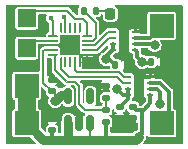
<source format=gbr>
%TF.GenerationSoftware,KiCad,Pcbnew,(6.0.5)*%
%TF.CreationDate,2023-01-22T23:41:32+00:00*%
%TF.ProjectId,TinyDrive,54696e79-4472-4697-9665-2e6b69636164,rev?*%
%TF.SameCoordinates,Original*%
%TF.FileFunction,Copper,L1,Top*%
%TF.FilePolarity,Positive*%
%FSLAX46Y46*%
G04 Gerber Fmt 4.6, Leading zero omitted, Abs format (unit mm)*
G04 Created by KiCad (PCBNEW (6.0.5)) date 2023-01-22 23:41:32*
%MOMM*%
%LPD*%
G01*
G04 APERTURE LIST*
G04 Aperture macros list*
%AMRoundRect*
0 Rectangle with rounded corners*
0 $1 Rounding radius*
0 $2 $3 $4 $5 $6 $7 $8 $9 X,Y pos of 4 corners*
0 Add a 4 corners polygon primitive as box body*
4,1,4,$2,$3,$4,$5,$6,$7,$8,$9,$2,$3,0*
0 Add four circle primitives for the rounded corners*
1,1,$1+$1,$2,$3*
1,1,$1+$1,$4,$5*
1,1,$1+$1,$6,$7*
1,1,$1+$1,$8,$9*
0 Add four rect primitives between the rounded corners*
20,1,$1+$1,$2,$3,$4,$5,0*
20,1,$1+$1,$4,$5,$6,$7,0*
20,1,$1+$1,$6,$7,$8,$9,0*
20,1,$1+$1,$8,$9,$2,$3,0*%
%AMFreePoly0*
4,1,14,0.334644,0.085355,0.385355,0.034644,0.400000,-0.000711,0.400000,-0.050000,0.385355,-0.085355,0.350000,-0.100000,-0.350000,-0.100000,-0.385355,-0.085355,-0.400000,-0.050000,-0.400000,0.050000,-0.385355,0.085355,-0.350000,0.100000,0.299289,0.100000,0.334644,0.085355,0.334644,0.085355,$1*%
%AMFreePoly1*
4,1,15,0.385355,0.085355,0.400000,0.050000,0.400000,0.000711,0.399705,0.000000,0.385355,-0.034644,0.334644,-0.085355,0.299289,-0.100000,-0.350000,-0.100000,-0.385355,-0.085355,-0.400000,-0.050000,-0.400000,0.050000,-0.385355,0.085355,-0.350000,0.100000,0.350000,0.100000,0.385355,0.085355,0.385355,0.085355,$1*%
%AMFreePoly2*
4,1,14,0.085355,0.385355,0.100000,0.350000,0.100000,-0.350000,0.085355,-0.385355,0.050000,-0.400000,-0.050000,-0.400000,-0.085355,-0.385355,-0.100000,-0.350000,-0.100000,0.299289,-0.085355,0.334644,-0.034644,0.385355,0.000711,0.400000,0.050000,0.400000,0.085355,0.385355,0.085355,0.385355,$1*%
%AMFreePoly3*
4,1,14,0.034644,0.385355,0.085355,0.334644,0.100000,0.299289,0.100000,-0.350000,0.085355,-0.385355,0.050000,-0.400000,-0.050000,-0.400000,-0.085355,-0.385355,-0.100000,-0.350000,-0.100000,0.350000,-0.085355,0.385355,-0.050000,0.400000,-0.000711,0.400000,0.034644,0.385355,0.034644,0.385355,$1*%
%AMFreePoly4*
4,1,14,0.385355,0.085355,0.400000,0.050000,0.400000,-0.050000,0.385355,-0.085355,0.350000,-0.100000,-0.299289,-0.100000,-0.334644,-0.085355,-0.385355,-0.034644,-0.400000,0.000711,-0.400000,0.050000,-0.385355,0.085355,-0.350000,0.100000,0.350000,0.100000,0.385355,0.085355,0.385355,0.085355,$1*%
%AMFreePoly5*
4,1,14,0.385355,0.085355,0.400000,0.050000,0.400000,-0.050000,0.385355,-0.085355,0.350000,-0.100000,-0.350000,-0.100000,-0.385355,-0.085355,-0.400000,-0.050000,-0.400000,-0.000711,-0.385355,0.034644,-0.334644,0.085355,-0.299289,0.100000,0.350000,0.100000,0.385355,0.085355,0.385355,0.085355,$1*%
%AMFreePoly6*
4,1,15,0.085355,0.385355,0.100000,0.350000,0.100000,-0.299289,0.099705,-0.300000,0.085355,-0.334644,0.034644,-0.385355,-0.000711,-0.400000,-0.050000,-0.400000,-0.085355,-0.385355,-0.100000,-0.350000,-0.100000,0.350000,-0.085355,0.385355,-0.050000,0.400000,0.050000,0.400000,0.085355,0.385355,0.085355,0.385355,$1*%
%AMFreePoly7*
4,1,14,0.085355,0.385355,0.100000,0.350000,0.100000,-0.350000,0.085355,-0.385355,0.050000,-0.400000,0.000711,-0.400000,-0.034644,-0.385355,-0.085355,-0.334644,-0.100000,-0.299289,-0.100000,0.350000,-0.085355,0.385355,-0.050000,0.400000,0.050000,0.400000,0.085355,0.385355,0.085355,0.385355,$1*%
G04 Aperture macros list end*
%TA.AperFunction,SMDPad,CuDef*%
%ADD10RoundRect,0.140000X0.170000X-0.140000X0.170000X0.140000X-0.170000X0.140000X-0.170000X-0.140000X0*%
%TD*%
%TA.AperFunction,SMDPad,CuDef*%
%ADD11RoundRect,0.150000X0.150000X-0.512500X0.150000X0.512500X-0.150000X0.512500X-0.150000X-0.512500X0*%
%TD*%
%TA.AperFunction,SMDPad,CuDef*%
%ADD12FreePoly0,0.000000*%
%TD*%
%TA.AperFunction,SMDPad,CuDef*%
%ADD13RoundRect,0.050000X-0.350000X-0.050000X0.350000X-0.050000X0.350000X0.050000X-0.350000X0.050000X0*%
%TD*%
%TA.AperFunction,SMDPad,CuDef*%
%ADD14FreePoly1,0.000000*%
%TD*%
%TA.AperFunction,SMDPad,CuDef*%
%ADD15FreePoly2,0.000000*%
%TD*%
%TA.AperFunction,SMDPad,CuDef*%
%ADD16RoundRect,0.050000X-0.050000X-0.350000X0.050000X-0.350000X0.050000X0.350000X-0.050000X0.350000X0*%
%TD*%
%TA.AperFunction,SMDPad,CuDef*%
%ADD17FreePoly3,0.000000*%
%TD*%
%TA.AperFunction,SMDPad,CuDef*%
%ADD18FreePoly4,0.000000*%
%TD*%
%TA.AperFunction,SMDPad,CuDef*%
%ADD19FreePoly5,0.000000*%
%TD*%
%TA.AperFunction,SMDPad,CuDef*%
%ADD20FreePoly6,0.000000*%
%TD*%
%TA.AperFunction,SMDPad,CuDef*%
%ADD21FreePoly7,0.000000*%
%TD*%
%TA.AperFunction,SMDPad,CuDef*%
%ADD22R,1.700000X1.700000*%
%TD*%
%TA.AperFunction,SMDPad,CuDef*%
%ADD23RoundRect,0.135000X0.185000X-0.135000X0.185000X0.135000X-0.185000X0.135000X-0.185000X-0.135000X0*%
%TD*%
%TA.AperFunction,SMDPad,CuDef*%
%ADD24R,2.000000X2.000000*%
%TD*%
%TA.AperFunction,SMDPad,CuDef*%
%ADD25R,1.500000X1.500000*%
%TD*%
%TA.AperFunction,SMDPad,CuDef*%
%ADD26RoundRect,0.140000X-0.170000X0.140000X-0.170000X-0.140000X0.170000X-0.140000X0.170000X0.140000X0*%
%TD*%
%TA.AperFunction,SMDPad,CuDef*%
%ADD27RoundRect,0.135000X-0.135000X-0.185000X0.135000X-0.185000X0.135000X0.185000X-0.135000X0.185000X0*%
%TD*%
%TA.AperFunction,SMDPad,CuDef*%
%ADD28RoundRect,0.218750X0.218750X0.256250X-0.218750X0.256250X-0.218750X-0.256250X0.218750X-0.256250X0*%
%TD*%
%TA.AperFunction,SMDPad,CuDef*%
%ADD29RoundRect,0.140000X-0.140000X-0.170000X0.140000X-0.170000X0.140000X0.170000X-0.140000X0.170000X0*%
%TD*%
%TA.AperFunction,SMDPad,CuDef*%
%ADD30R,0.500000X0.250000*%
%TD*%
%TA.AperFunction,SMDPad,CuDef*%
%ADD31R,0.900000X1.600000*%
%TD*%
%TA.AperFunction,ViaPad*%
%ADD32C,0.400000*%
%TD*%
%TA.AperFunction,ViaPad*%
%ADD33C,0.800000*%
%TD*%
%TA.AperFunction,Conductor*%
%ADD34C,0.300000*%
%TD*%
%TA.AperFunction,Conductor*%
%ADD35C,0.800000*%
%TD*%
%TA.AperFunction,Conductor*%
%ADD36C,0.200000*%
%TD*%
%TA.AperFunction,Conductor*%
%ADD37C,1.500000*%
%TD*%
G04 APERTURE END LIST*
D10*
%TO.P,C2,1*%
%TO.N,+BATT*%
X94234000Y-91412000D03*
%TO.P,C2,2*%
%TO.N,GND*%
X94234000Y-90452000D03*
%TD*%
D11*
%TO.P,U1,1,IN*%
%TO.N,+BATT*%
X95570000Y-90799500D03*
%TO.P,U1,2,GND*%
%TO.N,GND*%
X96520000Y-90799500D03*
%TO.P,U1,3,EN*%
%TO.N,+BATT*%
X97470000Y-90799500D03*
%TO.P,U1,4,BP*%
%TO.N,unconnected-(U1-Pad4)*%
X97470000Y-88524500D03*
%TO.P,U1,5,OUT*%
%TO.N,+3V3*%
X95570000Y-88524500D03*
%TD*%
D10*
%TO.P,C1,1*%
%TO.N,+3V3*%
X94234000Y-88110000D03*
%TO.P,C1,2*%
%TO.N,GND*%
X94234000Y-87150000D03*
%TD*%
D12*
%TO.P,U2,1,PA2*%
%TO.N,/IBUS*%
X94308000Y-83401000D03*
D13*
%TO.P,U2,2,PA3*%
%TO.N,/IO_2*%
X94308000Y-83801000D03*
%TO.P,U2,3,GND*%
%TO.N,GND*%
X94308000Y-84201000D03*
%TO.P,U2,4,VCC*%
%TO.N,+3V3*%
X94308000Y-84601000D03*
D14*
%TO.P,U2,5,PA4*%
%TO.N,Net-(R2-Pad2)*%
X94308000Y-85001000D03*
D15*
%TO.P,U2,6,PA5*%
%TO.N,/MOT_2A*%
X94958000Y-85651000D03*
D16*
%TO.P,U2,7,PA6*%
%TO.N,unconnected-(U2-Pad7)*%
X95358000Y-85651000D03*
%TO.P,U2,8,PA7*%
%TO.N,unconnected-(U2-Pad8)*%
X95758000Y-85651000D03*
%TO.P,U2,9,PB5*%
%TO.N,/MOT_2B*%
X96158000Y-85651000D03*
D17*
%TO.P,U2,10,PB4*%
%TO.N,GND*%
X96558000Y-85651000D03*
D18*
%TO.P,U2,11,PB3*%
X97208000Y-85001000D03*
D13*
%TO.P,U2,12,PB2*%
%TO.N,/MOT_1A*%
X97208000Y-84601000D03*
%TO.P,U2,13,PB1*%
%TO.N,/MOT_1B*%
X97208000Y-84201000D03*
%TO.P,U2,14,PB0*%
%TO.N,Net-(U2-Pad14)*%
X97208000Y-83801000D03*
D19*
%TO.P,U2,15,PC0*%
%TO.N,/IO_1*%
X97208000Y-83401000D03*
D20*
%TO.P,U2,16,PC1*%
%TO.N,unconnected-(U2-Pad16)*%
X96558000Y-82751000D03*
D16*
%TO.P,U2,17,PC2*%
%TO.N,unconnected-(U2-Pad17)*%
X96158000Y-82751000D03*
%TO.P,U2,18,PC3*%
%TO.N,unconnected-(U2-Pad18)*%
X95758000Y-82751000D03*
%TO.P,U2,19,~{RESET}/PA0*%
%TO.N,/UDPI*%
X95358000Y-82751000D03*
D21*
%TO.P,U2,20,PA1*%
%TO.N,unconnected-(U2-Pad20)*%
X94958000Y-82751000D03*
D22*
%TO.P,U2,21,GND*%
%TO.N,GND*%
X95758000Y-84201000D03*
%TD*%
D23*
%TO.P,R3,1*%
%TO.N,Net-(R2-Pad2)*%
X98806000Y-88648000D03*
%TO.P,R3,2*%
%TO.N,GND*%
X98806000Y-87628000D03*
%TD*%
D24*
%TO.P,TP1,1,1*%
%TO.N,+BATT*%
X92075000Y-87630000D03*
%TD*%
D25*
%TO.P,TP10,1,1*%
%TO.N,/IO_1*%
X92075000Y-81915000D03*
%TD*%
D26*
%TO.P,C9,1*%
%TO.N,+BATT*%
X101092000Y-89436000D03*
%TO.P,C9,2*%
%TO.N,GND*%
X101092000Y-90396000D03*
%TD*%
D27*
%TO.P,R1,1*%
%TO.N,Net-(U2-Pad14)*%
X96899000Y-81280000D03*
%TO.P,R1,2*%
%TO.N,Net-(D1-Pad2)*%
X97919000Y-81280000D03*
%TD*%
D24*
%TO.P,TP12,1,1*%
%TO.N,/M2-*%
X103505000Y-90805000D03*
%TD*%
D23*
%TO.P,R2,2*%
%TO.N,Net-(R2-Pad2)*%
X98806000Y-89660000D03*
%TO.P,R2,1*%
%TO.N,+BATT*%
X98806000Y-90680000D03*
%TD*%
D28*
%TO.P,D1,1,K*%
%TO.N,GND*%
X100736500Y-81534000D03*
%TO.P,D1,2,A*%
%TO.N,Net-(D1-Pad2)*%
X99161500Y-81534000D03*
%TD*%
D24*
%TO.P,TP2,1,1*%
%TO.N,+BATT*%
X92075000Y-90805000D03*
%TD*%
D29*
%TO.P,C8,1*%
%TO.N,+BATT*%
X102644000Y-85598000D03*
%TO.P,C8,2*%
%TO.N,GND*%
X103604000Y-85598000D03*
%TD*%
D30*
%TO.P,U3,1,VM*%
%TO.N,+BATT*%
X101280000Y-84570000D03*
%TO.P,U3,2,OUT1*%
%TO.N,/M1+*%
X101280000Y-84070000D03*
%TO.P,U3,3,OUT2*%
%TO.N,/M1-*%
X101280000Y-83570000D03*
%TO.P,U3,4,GND*%
%TO.N,GND*%
X101280000Y-83070000D03*
%TO.P,U3,5,IN2*%
%TO.N,/MOT_1B*%
X99380000Y-83070000D03*
%TO.P,U3,6,IN1*%
%TO.N,/MOT_1A*%
X99380000Y-83570000D03*
%TO.P,U3,7,~{SLEEP}*%
%TO.N,+3V3*%
X99380000Y-84070000D03*
%TO.P,U3,8,VCC*%
X99380000Y-84570000D03*
D31*
%TO.P,U3,9,GND*%
%TO.N,GND*%
X100330000Y-83820000D03*
%TD*%
D24*
%TO.P,TP16,1,1*%
%TO.N,/M1-*%
X103505000Y-82550000D03*
%TD*%
D26*
%TO.P,C6,1*%
%TO.N,+3V3*%
X99949000Y-89408000D03*
%TO.P,C6,2*%
%TO.N,GND*%
X99949000Y-90368000D03*
%TD*%
D29*
%TO.P,C5,1*%
%TO.N,+3V3*%
X99596000Y-85852000D03*
%TO.P,C5,2*%
%TO.N,GND*%
X100556000Y-85852000D03*
%TD*%
D30*
%TO.P,U4,1,VM*%
%TO.N,+BATT*%
X102550000Y-88380000D03*
%TO.P,U4,2,OUT1*%
%TO.N,/M2+*%
X102550000Y-87880000D03*
%TO.P,U4,3,OUT2*%
%TO.N,/M2-*%
X102550000Y-87380000D03*
%TO.P,U4,4,GND*%
%TO.N,GND*%
X102550000Y-86880000D03*
%TO.P,U4,5,IN2*%
%TO.N,/MOT_2B*%
X100650000Y-86880000D03*
%TO.P,U4,6,IN1*%
%TO.N,/MOT_2A*%
X100650000Y-87380000D03*
%TO.P,U4,7,~{SLEEP}*%
%TO.N,+3V3*%
X100650000Y-87880000D03*
%TO.P,U4,8,VCC*%
X100650000Y-88380000D03*
D31*
%TO.P,U4,9,GND*%
%TO.N,GND*%
X101600000Y-87630000D03*
%TD*%
D25*
%TO.P,TP6,1,1*%
%TO.N,/IO_2*%
X92075000Y-84455000D03*
%TD*%
D32*
%TO.N,GND*%
X101854000Y-88900000D03*
X100076000Y-91313000D03*
X92202000Y-86106000D03*
X93980000Y-85852000D03*
X93683643Y-90889392D03*
X95504000Y-89662000D03*
X94784357Y-87587392D03*
X99355500Y-91402500D03*
X98044000Y-87376000D03*
X97282000Y-87376000D03*
X96266000Y-89662000D03*
X94742000Y-89662000D03*
D33*
%TO.N,+3V3*%
X94488000Y-88900000D03*
%TO.N,+BATT*%
X101854000Y-85598000D03*
X101600000Y-91948000D03*
D32*
%TO.N,GND*%
X100076000Y-81153000D03*
X93224500Y-89281000D03*
X95758000Y-84201000D03*
X104648000Y-85598000D03*
X93472000Y-83058000D03*
X96111200Y-81180800D03*
X90805000Y-89281000D03*
X90805000Y-83439000D03*
X101346000Y-82423000D03*
X101854000Y-81153000D03*
X104775000Y-81153000D03*
X102399500Y-86360000D03*
X90792510Y-92202000D03*
X99822000Y-85103000D03*
X104902000Y-89281000D03*
X102235000Y-84836000D03*
X104902000Y-92202000D03*
X97155000Y-85598000D03*
X98552000Y-82423000D03*
X104902000Y-84074000D03*
X104775000Y-87630000D03*
X90805000Y-81153000D03*
X90678000Y-85852000D03*
X103632000Y-86614000D03*
X98171000Y-85968980D03*
X103632000Y-84836000D03*
D33*
%TO.N,+3V3*%
X98806000Y-85344000D03*
X99712664Y-87899718D03*
D32*
%TO.N,/UDPI*%
X95250000Y-81788000D03*
%TO.N,/IBUS*%
X94107000Y-81915000D03*
D33*
%TO.N,/M1+*%
X102899752Y-84194285D03*
%TO.N,/M2+*%
X103378000Y-89154000D03*
%TD*%
D34*
%TO.N,+3V3*%
X100192946Y-88380000D02*
X100650000Y-88380000D01*
X99712664Y-87899718D02*
X100192946Y-88380000D01*
%TO.N,+BATT*%
X101854000Y-91694000D02*
X101600000Y-91948000D01*
X101854000Y-89662000D02*
X101854000Y-91694000D01*
X101981000Y-85725000D02*
X102517000Y-85725000D01*
X101439520Y-84729520D02*
X101280000Y-84570000D01*
X101439520Y-85183520D02*
X101439520Y-84729520D01*
X101854000Y-85598000D02*
X101439520Y-85183520D01*
X101854000Y-85598000D02*
X101981000Y-85725000D01*
D35*
X101346000Y-92202000D02*
X101600000Y-91948000D01*
X98552000Y-92202000D02*
X101346000Y-92202000D01*
D36*
%TO.N,GND*%
X94308000Y-84201000D02*
X95758000Y-84201000D01*
X95758000Y-84201000D02*
X97155000Y-85598000D01*
X96558000Y-85001000D02*
X95758000Y-84201000D01*
X97208000Y-85001000D02*
X96558000Y-85001000D01*
X96558000Y-85651000D02*
X96558000Y-85001000D01*
%TO.N,/IO_1*%
X96837500Y-81978500D02*
X96202500Y-81978500D01*
X97208000Y-83274480D02*
X97208000Y-82349000D01*
X96202500Y-81978500D02*
X95504000Y-81280000D01*
X95504000Y-81280000D02*
X92710000Y-81280000D01*
X97208000Y-82349000D02*
X96837500Y-81978500D01*
%TO.N,/UDPI*%
X95358000Y-81896000D02*
X95358000Y-82751000D01*
X95250000Y-81788000D02*
X95358000Y-81896000D01*
%TO.N,Net-(R2-Pad2)*%
X94488000Y-86290006D02*
X95411997Y-87214003D01*
X94488000Y-85090000D02*
X94488000Y-86290006D01*
X94308000Y-85001000D02*
X94399000Y-85001000D01*
X94399000Y-85001000D02*
X94488000Y-85090000D01*
D34*
%TO.N,+BATT*%
X98806000Y-91948000D02*
X98552000Y-92202000D01*
X98806000Y-90680000D02*
X98806000Y-91948000D01*
D35*
X98552000Y-92202000D02*
X97536000Y-92202000D01*
D34*
X94234000Y-91412000D02*
X94234000Y-91948000D01*
X94234000Y-91948000D02*
X93980000Y-92202000D01*
D35*
X93472000Y-92202000D02*
X93980000Y-92202000D01*
X93980000Y-92202000D02*
X95758000Y-92202000D01*
D36*
%TO.N,+3V3*%
X94488000Y-88364000D02*
X94234000Y-88110000D01*
X94488000Y-88900000D02*
X94488000Y-88364000D01*
X94206000Y-88110000D02*
X94234000Y-88110000D01*
X93472000Y-87376000D02*
X94206000Y-88110000D01*
X93472000Y-87376000D02*
X93472000Y-84709000D01*
X93580000Y-84601000D02*
X94308000Y-84601000D01*
X93472000Y-84709000D02*
X93580000Y-84601000D01*
D35*
X94488000Y-88900000D02*
X94996000Y-88392000D01*
X94996000Y-88392000D02*
X95437500Y-88392000D01*
D36*
%TO.N,Net-(R2-Pad2)*%
X98806000Y-88648000D02*
X98806000Y-89660000D01*
X98804000Y-89662000D02*
X98806000Y-89660000D01*
X96520000Y-89154000D02*
X97028000Y-89662000D01*
X96157519Y-87267519D02*
X96520000Y-87630000D01*
X97028000Y-89662000D02*
X98804000Y-89662000D01*
X95465514Y-87267519D02*
X96157519Y-87267519D01*
X96520000Y-87630000D02*
X96520000Y-89154000D01*
D35*
%TO.N,+BATT*%
X95570000Y-92014000D02*
X95758000Y-92202000D01*
X95570000Y-90799500D02*
X95570000Y-92014000D01*
X95758000Y-92202000D02*
X97536000Y-92202000D01*
D36*
X97470000Y-90799500D02*
X97470000Y-92136000D01*
X97470000Y-92136000D02*
X97536000Y-92202000D01*
D35*
X92075000Y-90805000D02*
X93472000Y-92202000D01*
D37*
X92075000Y-87630000D02*
X92075000Y-90805000D01*
D34*
X101854000Y-89662000D02*
X101318000Y-89662000D01*
X101854000Y-89662000D02*
X101981000Y-89662000D01*
X101318000Y-89662000D02*
X101092000Y-89436000D01*
X102550000Y-89093000D02*
X102550000Y-88380000D01*
X101981000Y-89662000D02*
X102550000Y-89093000D01*
%TO.N,GND*%
X102550000Y-86880000D02*
X101724022Y-86880000D01*
X101600000Y-87004022D02*
X101600000Y-87630000D01*
X101724022Y-86880000D02*
X101600000Y-87004022D01*
%TO.N,+3V3*%
X98806000Y-85144000D02*
X99380000Y-84570000D01*
X99380000Y-84070000D02*
X99380000Y-84570000D01*
X100650000Y-87880000D02*
X100650000Y-88380000D01*
X98806000Y-85344000D02*
X98806000Y-85144000D01*
X99088000Y-85344000D02*
X99596000Y-85852000D01*
X98806000Y-85344000D02*
X99088000Y-85344000D01*
X100650000Y-88707000D02*
X99949000Y-89408000D01*
X100650000Y-88380000D02*
X100650000Y-88707000D01*
D36*
%TO.N,Net-(D1-Pad2)*%
X98907500Y-81280000D02*
X99161500Y-81534000D01*
X97919000Y-81280000D02*
X98907500Y-81280000D01*
%TO.N,/IBUS*%
X94308000Y-82116000D02*
X94308000Y-83401000D01*
X94107000Y-81915000D02*
X94308000Y-82116000D01*
D34*
%TO.N,/M1+*%
X102899752Y-84194285D02*
X102775467Y-84070000D01*
X102775467Y-84070000D02*
X101280000Y-84070000D01*
%TO.N,/M1-*%
X102485000Y-83570000D02*
X103505000Y-82550000D01*
X101280000Y-83570000D02*
X102485000Y-83570000D01*
%TO.N,/M2+*%
X103378000Y-88138000D02*
X103120000Y-87880000D01*
X103120000Y-87880000D02*
X102550000Y-87880000D01*
X103378000Y-89154000D02*
X103378000Y-88138000D01*
%TO.N,/M2-*%
X103382000Y-87380000D02*
X104140000Y-88138000D01*
X102550000Y-87380000D02*
X103382000Y-87380000D01*
X104140000Y-90170000D02*
X103505000Y-90805000D01*
X104140000Y-88138000D02*
X104140000Y-90170000D01*
D36*
%TO.N,/IO_2*%
X92729000Y-83801000D02*
X92075000Y-84455000D01*
X94308000Y-83801000D02*
X92729000Y-83801000D01*
%TO.N,/IO_1*%
X92710000Y-81280000D02*
X92075000Y-81915000D01*
%TO.N,/MOT_2A*%
X95631000Y-86868000D02*
X95807704Y-86867999D01*
X99752993Y-86867999D02*
X100264994Y-87380000D01*
X95807704Y-86867999D02*
X99752993Y-86867999D01*
X94958000Y-85651000D02*
X94958000Y-86195000D01*
X100264994Y-87380000D02*
X100650000Y-87380000D01*
X94958000Y-86195000D02*
X95631000Y-86868000D01*
%TO.N,/MOT_1B*%
X98656480Y-83404514D02*
X98990994Y-83070000D01*
X97867301Y-84201000D02*
X98656480Y-83411821D01*
X98656480Y-83411821D02*
X98656480Y-83404514D01*
X97208000Y-84201000D02*
X97867301Y-84201000D01*
X98990994Y-83070000D02*
X99380000Y-83070000D01*
%TO.N,/MOT_1A*%
X99056000Y-83570000D02*
X99055999Y-83577308D01*
X99380000Y-83570000D02*
X99056000Y-83570000D01*
X99055999Y-83577308D02*
X98032307Y-84601000D01*
X98032307Y-84601000D02*
X97208000Y-84601000D01*
%TO.N,/MOT_2B*%
X99918480Y-86468480D02*
X96374480Y-86468480D01*
X96374480Y-86468480D02*
X96158000Y-86252000D01*
X100330000Y-86880000D02*
X99918480Y-86468480D01*
X96158000Y-86252000D02*
X96158000Y-85651000D01*
X100650000Y-86880000D02*
X100330000Y-86880000D01*
%TO.N,Net-(U2-Pad14)*%
X97917000Y-82296000D02*
X97917000Y-83586295D01*
X97702295Y-83801000D02*
X97208000Y-83801000D01*
X96899000Y-81280000D02*
X96901000Y-81280000D01*
X96901000Y-81280000D02*
X97917000Y-82296000D01*
X97917000Y-83586295D02*
X97702295Y-83801000D01*
%TD*%
%TA.AperFunction,Conductor*%
%TO.N,GND*%
G36*
X96503483Y-80791952D02*
G01*
X96521935Y-80836500D01*
X96503483Y-80881048D01*
X96484935Y-80899596D01*
X96482605Y-80904592D01*
X96482604Y-80904594D01*
X96467097Y-80937849D01*
X96434932Y-81006827D01*
X96428500Y-81055684D01*
X96428500Y-81504316D01*
X96434932Y-81553173D01*
X96436970Y-81557543D01*
X96436970Y-81557544D01*
X96451347Y-81588375D01*
X96453451Y-81636547D01*
X96420875Y-81672097D01*
X96394250Y-81678000D01*
X96353067Y-81678000D01*
X96308519Y-81659548D01*
X95755401Y-81106430D01*
X95751426Y-81101825D01*
X95749425Y-81097731D01*
X95712666Y-81063632D01*
X95710964Y-81061993D01*
X95696723Y-81047752D01*
X95694331Y-81046111D01*
X95692101Y-81044258D01*
X95692162Y-81044184D01*
X95688821Y-81041512D01*
X95679288Y-81032669D01*
X95667354Y-81021599D01*
X95661955Y-81019445D01*
X95661952Y-81019443D01*
X95652940Y-81015848D01*
X95640647Y-81009284D01*
X95632653Y-81003800D01*
X95627854Y-81000508D01*
X95599365Y-80993748D01*
X95590574Y-80990967D01*
X95563378Y-80980117D01*
X95558952Y-80979683D01*
X95558917Y-80979680D01*
X95557085Y-80979500D01*
X95546704Y-80979500D01*
X95532157Y-80977798D01*
X95518934Y-80974660D01*
X95513173Y-80975444D01*
X95513172Y-80975444D01*
X95487595Y-80978925D01*
X95479099Y-80979500D01*
X92920727Y-80979500D01*
X92903253Y-80976024D01*
X92903231Y-80976133D01*
X92844748Y-80964500D01*
X91305252Y-80964500D01*
X91267930Y-80971924D01*
X91252856Y-80974922D01*
X91252855Y-80974922D01*
X91246769Y-80976133D01*
X91241610Y-80979580D01*
X91241608Y-80979581D01*
X91188627Y-81014983D01*
X91180448Y-81020448D01*
X91176998Y-81025611D01*
X91139581Y-81081608D01*
X91139580Y-81081610D01*
X91136133Y-81086769D01*
X91134922Y-81092855D01*
X91134922Y-81092856D01*
X91133611Y-81099446D01*
X91124500Y-81145252D01*
X91124500Y-82684748D01*
X91136133Y-82743231D01*
X91139580Y-82748390D01*
X91139581Y-82748392D01*
X91174168Y-82800153D01*
X91180448Y-82809552D01*
X91185611Y-82813002D01*
X91241608Y-82850419D01*
X91241610Y-82850420D01*
X91246769Y-82853867D01*
X91252855Y-82855078D01*
X91252856Y-82855078D01*
X91266944Y-82857880D01*
X91305252Y-82865500D01*
X92844748Y-82865500D01*
X92883056Y-82857880D01*
X92897144Y-82855078D01*
X92897145Y-82855078D01*
X92903231Y-82853867D01*
X92908390Y-82850420D01*
X92908392Y-82850419D01*
X92964389Y-82813002D01*
X92969552Y-82809552D01*
X92975832Y-82800153D01*
X93010419Y-82748392D01*
X93010420Y-82748390D01*
X93013867Y-82743231D01*
X93025500Y-82684748D01*
X93025500Y-81643500D01*
X93043952Y-81598952D01*
X93088500Y-81580500D01*
X93702691Y-81580500D01*
X93747239Y-81598952D01*
X93765691Y-81643500D01*
X93758824Y-81672101D01*
X93702095Y-81783438D01*
X93681258Y-81915000D01*
X93702095Y-82046562D01*
X93762567Y-82165245D01*
X93856755Y-82259433D01*
X93967127Y-82315670D01*
X93973101Y-82318714D01*
X94004417Y-82355379D01*
X94007500Y-82374847D01*
X94007500Y-83030903D01*
X93989048Y-83075451D01*
X93956790Y-83092693D01*
X93882802Y-83107409D01*
X93882799Y-83107410D01*
X93879772Y-83108012D01*
X93869827Y-83112131D01*
X93869824Y-83112132D01*
X93841502Y-83123863D01*
X93838934Y-83125579D01*
X93838932Y-83125580D01*
X93780334Y-83164734D01*
X93775177Y-83168180D01*
X93771732Y-83173336D01*
X93771730Y-83173338D01*
X93748132Y-83208657D01*
X93730863Y-83234502D01*
X93715012Y-83272771D01*
X93699452Y-83350997D01*
X93700662Y-83357080D01*
X93700662Y-83357082D01*
X93702362Y-83365628D01*
X93703572Y-83377918D01*
X93703572Y-83424077D01*
X93702361Y-83436368D01*
X93699691Y-83449791D01*
X93672903Y-83489883D01*
X93637902Y-83500500D01*
X92784036Y-83500500D01*
X92777970Y-83500054D01*
X92773658Y-83498574D01*
X92767846Y-83498792D01*
X92767845Y-83498792D01*
X92723531Y-83500456D01*
X92721167Y-83500500D01*
X92701052Y-83500500D01*
X92698201Y-83501031D01*
X92695309Y-83501298D01*
X92695300Y-83501203D01*
X92691053Y-83501675D01*
X92674388Y-83502301D01*
X92661792Y-83502774D01*
X92659806Y-83503627D01*
X92651966Y-83504500D01*
X91305252Y-83504500D01*
X91267930Y-83511924D01*
X91252856Y-83514922D01*
X91252855Y-83514922D01*
X91246769Y-83516133D01*
X91241610Y-83519580D01*
X91241608Y-83519581D01*
X91212283Y-83539176D01*
X91180448Y-83560448D01*
X91176998Y-83565611D01*
X91139581Y-83621608D01*
X91139580Y-83621610D01*
X91136133Y-83626769D01*
X91134922Y-83632855D01*
X91134922Y-83632856D01*
X91131924Y-83647930D01*
X91124500Y-83685252D01*
X91124500Y-85224748D01*
X91127523Y-85239944D01*
X91134760Y-85276326D01*
X91136133Y-85283231D01*
X91139580Y-85288390D01*
X91139581Y-85288392D01*
X91176632Y-85343841D01*
X91180448Y-85349552D01*
X91185611Y-85353002D01*
X91241608Y-85390419D01*
X91241610Y-85390420D01*
X91246769Y-85393867D01*
X91252855Y-85395078D01*
X91252856Y-85395078D01*
X91259729Y-85396445D01*
X91305252Y-85405500D01*
X92844748Y-85405500D01*
X92890271Y-85396445D01*
X92897144Y-85395078D01*
X92897145Y-85395078D01*
X92903231Y-85393867D01*
X92908390Y-85390420D01*
X92908392Y-85390419D01*
X92964389Y-85353002D01*
X92969552Y-85349552D01*
X92973368Y-85343841D01*
X93010419Y-85288392D01*
X93010420Y-85288390D01*
X93013867Y-85283231D01*
X93015241Y-85276326D01*
X93022477Y-85239944D01*
X93025500Y-85224748D01*
X93025500Y-84164500D01*
X93043952Y-84119952D01*
X93088500Y-84101500D01*
X94682674Y-84101500D01*
X94684348Y-84101167D01*
X94687752Y-84101000D01*
X94727467Y-84101000D01*
X94756059Y-84089157D01*
X94756746Y-84088471D01*
X94755740Y-84086966D01*
X94833442Y-84035048D01*
X94838601Y-84031601D01*
X94893966Y-83948740D01*
X94908500Y-83875674D01*
X94908500Y-83752000D01*
X94926952Y-83707452D01*
X94971500Y-83689000D01*
X96207000Y-83689000D01*
X96251548Y-83707452D01*
X96270000Y-83752000D01*
X96270000Y-84650000D01*
X96251548Y-84694548D01*
X96207000Y-84713000D01*
X94971500Y-84713000D01*
X94926952Y-84694548D01*
X94908500Y-84650000D01*
X94908500Y-84526326D01*
X94893966Y-84453260D01*
X94838601Y-84370399D01*
X94755740Y-84315034D01*
X94756746Y-84313529D01*
X94756059Y-84312843D01*
X94727467Y-84301000D01*
X94687752Y-84301000D01*
X94684348Y-84300833D01*
X94682674Y-84300500D01*
X93635032Y-84300500D01*
X93628968Y-84300055D01*
X93624658Y-84298575D01*
X93618848Y-84298793D01*
X93618847Y-84298793D01*
X93574546Y-84300456D01*
X93572183Y-84300500D01*
X93552052Y-84300500D01*
X93549207Y-84301030D01*
X93546310Y-84301297D01*
X93546301Y-84301203D01*
X93542051Y-84301675D01*
X93527427Y-84302224D01*
X93512792Y-84302774D01*
X93507449Y-84305070D01*
X93507447Y-84305070D01*
X93502022Y-84307401D01*
X93498534Y-84308900D01*
X93485201Y-84312950D01*
X93469947Y-84315791D01*
X93464995Y-84318843D01*
X93464996Y-84318843D01*
X93445025Y-84331153D01*
X93436836Y-84335407D01*
X93409937Y-84346964D01*
X93405051Y-84350978D01*
X93397709Y-84358320D01*
X93386220Y-84367401D01*
X93374652Y-84374532D01*
X93371131Y-84379163D01*
X93355514Y-84399700D01*
X93349914Y-84406115D01*
X93298430Y-84457599D01*
X93293825Y-84461574D01*
X93289731Y-84463575D01*
X93271248Y-84483500D01*
X93255633Y-84500333D01*
X93253993Y-84502036D01*
X93239752Y-84516277D01*
X93238111Y-84518669D01*
X93236258Y-84520899D01*
X93236184Y-84520838D01*
X93233512Y-84524179D01*
X93228942Y-84529106D01*
X93213599Y-84545646D01*
X93211445Y-84551045D01*
X93211443Y-84551048D01*
X93207848Y-84560060D01*
X93201284Y-84572352D01*
X93192508Y-84585146D01*
X93185748Y-84613633D01*
X93182967Y-84622426D01*
X93172117Y-84649622D01*
X93171500Y-84655915D01*
X93171500Y-84666296D01*
X93169798Y-84680843D01*
X93166660Y-84694066D01*
X93167444Y-84699827D01*
X93167444Y-84699828D01*
X93170925Y-84725405D01*
X93171500Y-84733901D01*
X93171500Y-86368002D01*
X93153048Y-86412550D01*
X93108500Y-86431002D01*
X93100877Y-86430250D01*
X93100862Y-86430407D01*
X93097782Y-86430104D01*
X93094748Y-86429500D01*
X91055252Y-86429500D01*
X91017930Y-86436924D01*
X91002856Y-86439922D01*
X91002855Y-86439922D01*
X90996769Y-86441133D01*
X90991610Y-86444580D01*
X90991608Y-86444581D01*
X90935611Y-86481998D01*
X90930448Y-86485448D01*
X90926998Y-86490611D01*
X90889581Y-86546608D01*
X90889580Y-86546610D01*
X90886133Y-86551769D01*
X90874500Y-86610252D01*
X90874500Y-88649748D01*
X90878435Y-88669529D01*
X90882784Y-88691392D01*
X90886133Y-88708231D01*
X90889580Y-88713390D01*
X90889581Y-88713392D01*
X90926133Y-88768094D01*
X90930448Y-88774552D01*
X90935611Y-88778002D01*
X90991608Y-88815419D01*
X90991610Y-88815420D01*
X90996769Y-88818867D01*
X91002855Y-88820078D01*
X91002856Y-88820078D01*
X91014108Y-88822316D01*
X91055252Y-88830500D01*
X91061500Y-88830500D01*
X91106048Y-88848952D01*
X91124500Y-88893500D01*
X91124500Y-89541500D01*
X91106048Y-89586048D01*
X91061500Y-89604500D01*
X91055252Y-89604500D01*
X91017930Y-89611924D01*
X91002856Y-89614922D01*
X91002855Y-89614922D01*
X90996769Y-89616133D01*
X90991610Y-89619580D01*
X90991608Y-89619581D01*
X90959775Y-89640852D01*
X90930448Y-89660448D01*
X90926998Y-89665611D01*
X90889581Y-89721608D01*
X90889580Y-89721610D01*
X90886133Y-89726769D01*
X90874500Y-89785252D01*
X90874500Y-91824748D01*
X90886133Y-91883231D01*
X90889580Y-91888390D01*
X90889581Y-91888392D01*
X90926676Y-91943907D01*
X90930448Y-91949552D01*
X90935611Y-91953002D01*
X90991608Y-91990419D01*
X90991610Y-91990420D01*
X90996769Y-91993867D01*
X91002855Y-91995078D01*
X91002856Y-91995078D01*
X91017930Y-91998076D01*
X91055252Y-92005500D01*
X92400169Y-92005500D01*
X92444717Y-92023952D01*
X92894717Y-92473952D01*
X92913169Y-92518500D01*
X92894717Y-92563048D01*
X92850169Y-92581500D01*
X90361500Y-92581500D01*
X90316952Y-92563048D01*
X90298500Y-92518500D01*
X90298500Y-80836500D01*
X90316952Y-80791952D01*
X90361500Y-80773500D01*
X96458935Y-80773500D01*
X96503483Y-80791952D01*
G37*
%TD.AperFunction*%
%TA.AperFunction,Conductor*%
G36*
X105263048Y-80791952D02*
G01*
X105281500Y-80836500D01*
X105281500Y-92518500D01*
X105263048Y-92563048D01*
X105218500Y-92581500D01*
X101967831Y-92581500D01*
X101923283Y-92563048D01*
X101904831Y-92518500D01*
X101923283Y-92473952D01*
X101993866Y-92403369D01*
X102000062Y-92397936D01*
X102025003Y-92378798D01*
X102028282Y-92376282D01*
X102039934Y-92361097D01*
X102122022Y-92254118D01*
X102122024Y-92254115D01*
X102124536Y-92250841D01*
X102185044Y-92104762D01*
X102205682Y-91948000D01*
X102203227Y-91929354D01*
X102215706Y-91882780D01*
X102257464Y-91858670D01*
X102304039Y-91871149D01*
X102318070Y-91886130D01*
X102346953Y-91929355D01*
X102360448Y-91949552D01*
X102365611Y-91953002D01*
X102421608Y-91990419D01*
X102421610Y-91990420D01*
X102426769Y-91993867D01*
X102432855Y-91995078D01*
X102432856Y-91995078D01*
X102447930Y-91998076D01*
X102485252Y-92005500D01*
X104524748Y-92005500D01*
X104562070Y-91998076D01*
X104577144Y-91995078D01*
X104577145Y-91995078D01*
X104583231Y-91993867D01*
X104588390Y-91990420D01*
X104588392Y-91990419D01*
X104644389Y-91953002D01*
X104649552Y-91949552D01*
X104653324Y-91943907D01*
X104690419Y-91888392D01*
X104690420Y-91888390D01*
X104693867Y-91883231D01*
X104705500Y-91824748D01*
X104705500Y-89785252D01*
X104693867Y-89726769D01*
X104690420Y-89721610D01*
X104690419Y-89721608D01*
X104653002Y-89665611D01*
X104649552Y-89660448D01*
X104620225Y-89640852D01*
X104588392Y-89619581D01*
X104588390Y-89619580D01*
X104583231Y-89616133D01*
X104562549Y-89612019D01*
X104541209Y-89607774D01*
X104501117Y-89580986D01*
X104490500Y-89545985D01*
X104490500Y-88182119D01*
X104491911Y-88168859D01*
X104493855Y-88159828D01*
X104494951Y-88154739D01*
X104490937Y-88120825D01*
X104490500Y-88113420D01*
X104490500Y-88108885D01*
X104487362Y-88090031D01*
X104486946Y-88087106D01*
X104481236Y-88038862D01*
X104478981Y-88034165D01*
X104478074Y-88031044D01*
X104477043Y-88028032D01*
X104476188Y-88022897D01*
X104453110Y-87980126D01*
X104451762Y-87977481D01*
X104441475Y-87956059D01*
X104430726Y-87933674D01*
X104427408Y-87929726D01*
X104426972Y-87929290D01*
X104424135Y-87925928D01*
X104423250Y-87924787D01*
X104420778Y-87920206D01*
X104383464Y-87885713D01*
X104381682Y-87884000D01*
X103661037Y-87163355D01*
X103652659Y-87152980D01*
X103647652Y-87145226D01*
X103647651Y-87145225D01*
X103644825Y-87140848D01*
X103640737Y-87137625D01*
X103640735Y-87137623D01*
X103618004Y-87119704D01*
X103612459Y-87114777D01*
X103609254Y-87111572D01*
X103607144Y-87110064D01*
X103607139Y-87110060D01*
X103593723Y-87100473D01*
X103591349Y-87098691D01*
X103557280Y-87071833D01*
X103557279Y-87071833D01*
X103553189Y-87068608D01*
X103548269Y-87066880D01*
X103545416Y-87065312D01*
X103542567Y-87063916D01*
X103538331Y-87060889D01*
X103491752Y-87046959D01*
X103488929Y-87046041D01*
X103446839Y-87031260D01*
X103446838Y-87031260D01*
X103443094Y-87029945D01*
X103437956Y-87029500D01*
X103437347Y-87029500D01*
X103432955Y-87029128D01*
X103431522Y-87028947D01*
X103426536Y-87027456D01*
X103421336Y-87027660D01*
X103421334Y-87027660D01*
X103375759Y-87029451D01*
X103373286Y-87029500D01*
X102975053Y-87029500D01*
X102948503Y-87018503D01*
X102948439Y-87018657D01*
X102915467Y-87005000D01*
X102488000Y-87005000D01*
X102443452Y-86986548D01*
X102425000Y-86942000D01*
X102425000Y-86742467D01*
X102675000Y-86742467D01*
X102678671Y-86751329D01*
X102687533Y-86755000D01*
X102915466Y-86755000D01*
X102924328Y-86751329D01*
X102927759Y-86743048D01*
X102927395Y-86739355D01*
X102921784Y-86711142D01*
X102917126Y-86699897D01*
X102895733Y-86667880D01*
X102887120Y-86659267D01*
X102855105Y-86637875D01*
X102843856Y-86633215D01*
X102815643Y-86627603D01*
X102809514Y-86627000D01*
X102687533Y-86627000D01*
X102678671Y-86630671D01*
X102675000Y-86639533D01*
X102675000Y-86742467D01*
X102425000Y-86742467D01*
X102425000Y-86639534D01*
X102421329Y-86630672D01*
X102412467Y-86627001D01*
X102290489Y-86627001D01*
X102284355Y-86627605D01*
X102256142Y-86633216D01*
X102244897Y-86637874D01*
X102212880Y-86659267D01*
X102204267Y-86667880D01*
X102187875Y-86692412D01*
X102147783Y-86719201D01*
X102112135Y-86712106D01*
X102110833Y-86715248D01*
X102093856Y-86708215D01*
X102065643Y-86702603D01*
X102061953Y-86702240D01*
X102053671Y-86705671D01*
X102050000Y-86714533D01*
X102050000Y-88545466D01*
X102053671Y-88554328D01*
X102074109Y-88562794D01*
X102073826Y-88563477D01*
X102105148Y-88576451D01*
X102112981Y-88585997D01*
X102155448Y-88649552D01*
X102171501Y-88660278D01*
X102198289Y-88700369D01*
X102199500Y-88712660D01*
X102199500Y-88921722D01*
X102181048Y-88966270D01*
X101856221Y-89291097D01*
X101825500Y-89305251D01*
X101826121Y-89307749D01*
X101826120Y-89307749D01*
X101818498Y-89309642D01*
X101803312Y-89311500D01*
X101665001Y-89311500D01*
X101620453Y-89293048D01*
X101603636Y-89255950D01*
X101602499Y-89256100D01*
X101596601Y-89211292D01*
X101595972Y-89206513D01*
X101593935Y-89202144D01*
X101547555Y-89102682D01*
X101547554Y-89102680D01*
X101545224Y-89097684D01*
X101460316Y-89012776D01*
X101455320Y-89010446D01*
X101455318Y-89010445D01*
X101355857Y-88964066D01*
X101355858Y-88964066D01*
X101351487Y-88962028D01*
X101314379Y-88957143D01*
X101303945Y-88955769D01*
X101303944Y-88955769D01*
X101301901Y-88955500D01*
X101295315Y-88955500D01*
X101024021Y-88955501D01*
X100979474Y-88937049D01*
X100961022Y-88892501D01*
X100967147Y-88866079D01*
X100969111Y-88863330D01*
X100983040Y-88816755D01*
X100983958Y-88813932D01*
X100998740Y-88771839D01*
X100998740Y-88771838D01*
X101000055Y-88768094D01*
X101000500Y-88762956D01*
X101000500Y-88762347D01*
X101000872Y-88757955D01*
X101001053Y-88756521D01*
X101002544Y-88751536D01*
X101001099Y-88714766D01*
X101017787Y-88669529D01*
X101029049Y-88659911D01*
X101039389Y-88653002D01*
X101044552Y-88649552D01*
X101087018Y-88585998D01*
X101127108Y-88559210D01*
X101136865Y-88558249D01*
X101146329Y-88554329D01*
X101150000Y-88545467D01*
X101150000Y-86714534D01*
X101146329Y-86705672D01*
X101125891Y-86697206D01*
X101126174Y-86696523D01*
X101094852Y-86683549D01*
X101087018Y-86674002D01*
X101048002Y-86615611D01*
X101044552Y-86610448D01*
X101039389Y-86606998D01*
X100983392Y-86569581D01*
X100983390Y-86569580D01*
X100978231Y-86566133D01*
X100972145Y-86564922D01*
X100972144Y-86564922D01*
X100957070Y-86561924D01*
X100919748Y-86554500D01*
X100455567Y-86554500D01*
X100411019Y-86536048D01*
X100229188Y-86354217D01*
X100210736Y-86309669D01*
X100229188Y-86265121D01*
X100273151Y-86246911D01*
X100274640Y-86245917D01*
X100276000Y-86241432D01*
X100276000Y-86238242D01*
X100836000Y-86238242D01*
X100839569Y-86246858D01*
X100843768Y-86245585D01*
X100884058Y-86218664D01*
X100892664Y-86210058D01*
X100937858Y-86142420D01*
X100939677Y-86133274D01*
X100935477Y-86132000D01*
X100848533Y-86132000D01*
X100839671Y-86135671D01*
X100836000Y-86144533D01*
X100836000Y-86238242D01*
X100276000Y-86238242D01*
X100276000Y-85559467D01*
X100836000Y-85559467D01*
X100839671Y-85568329D01*
X100848533Y-85572000D01*
X100932287Y-85572000D01*
X100940903Y-85568431D01*
X100939630Y-85564232D01*
X100892664Y-85493942D01*
X100884058Y-85485336D01*
X100846420Y-85460187D01*
X100837274Y-85458368D01*
X100836000Y-85462568D01*
X100836000Y-85559467D01*
X100276000Y-85559467D01*
X100276000Y-85465758D01*
X100272431Y-85457142D01*
X100268232Y-85458415D01*
X100227942Y-85485336D01*
X100219334Y-85493944D01*
X100166474Y-85573056D01*
X100126382Y-85599845D01*
X100079091Y-85590439D01*
X100056994Y-85564681D01*
X100021555Y-85488682D01*
X100021554Y-85488680D01*
X100019224Y-85483684D01*
X99934316Y-85398776D01*
X99929320Y-85396446D01*
X99929318Y-85396445D01*
X99846449Y-85357803D01*
X99825487Y-85348028D01*
X99785062Y-85342706D01*
X99777945Y-85341769D01*
X99777944Y-85341769D01*
X99775901Y-85341500D01*
X99761648Y-85341500D01*
X99607278Y-85341501D01*
X99562730Y-85323049D01*
X99387230Y-85147548D01*
X99368778Y-85103000D01*
X99387230Y-85058452D01*
X99531730Y-84913952D01*
X99576278Y-84895500D01*
X99649748Y-84895500D01*
X99691103Y-84887274D01*
X99702144Y-84885078D01*
X99702145Y-84885078D01*
X99708231Y-84883867D01*
X99713390Y-84880420D01*
X99713392Y-84880419D01*
X99769389Y-84843002D01*
X99774552Y-84839552D01*
X99817018Y-84775998D01*
X99857108Y-84749210D01*
X99866865Y-84748249D01*
X99876329Y-84744329D01*
X99880000Y-84735467D01*
X99880000Y-84735466D01*
X100780000Y-84735466D01*
X100783671Y-84744328D01*
X100804109Y-84752794D01*
X100803826Y-84753477D01*
X100835148Y-84766451D01*
X100842982Y-84775998D01*
X100877374Y-84827468D01*
X100885448Y-84839552D01*
X100890611Y-84843002D01*
X100946608Y-84880419D01*
X100946610Y-84880420D01*
X100951769Y-84883867D01*
X100957855Y-84885078D01*
X100957856Y-84885078D01*
X100968897Y-84887274D01*
X101010252Y-84895500D01*
X101026020Y-84895500D01*
X101070568Y-84913952D01*
X101089020Y-84958500D01*
X101089020Y-85139401D01*
X101087609Y-85152661D01*
X101084569Y-85166781D01*
X101085181Y-85171952D01*
X101088583Y-85200695D01*
X101089020Y-85208100D01*
X101089020Y-85212635D01*
X101091300Y-85226330D01*
X101092156Y-85231475D01*
X101092573Y-85234406D01*
X101098284Y-85282658D01*
X101100539Y-85287355D01*
X101101446Y-85290476D01*
X101102477Y-85293488D01*
X101103332Y-85298623D01*
X101108574Y-85308338D01*
X101126410Y-85341394D01*
X101127758Y-85344039D01*
X101129674Y-85348028D01*
X101148794Y-85387846D01*
X101152112Y-85391794D01*
X101152548Y-85392230D01*
X101155385Y-85395592D01*
X101156270Y-85396733D01*
X101158742Y-85401314D01*
X101162564Y-85404847D01*
X101196055Y-85435806D01*
X101197838Y-85437520D01*
X101239147Y-85478829D01*
X101257599Y-85523377D01*
X101257060Y-85531596D01*
X101248318Y-85598000D01*
X101268956Y-85754762D01*
X101270536Y-85758577D01*
X101270537Y-85758580D01*
X101324319Y-85888420D01*
X101329464Y-85900841D01*
X101331976Y-85904115D01*
X101331978Y-85904118D01*
X101393460Y-85984242D01*
X101425718Y-86026282D01*
X101428997Y-86028798D01*
X101547882Y-86120022D01*
X101547885Y-86120024D01*
X101551159Y-86122536D01*
X101554973Y-86124116D01*
X101554975Y-86124117D01*
X101693420Y-86181463D01*
X101693423Y-86181464D01*
X101697238Y-86183044D01*
X101854000Y-86203682D01*
X102010762Y-86183044D01*
X102014577Y-86181464D01*
X102014580Y-86181463D01*
X102153025Y-86124117D01*
X102153027Y-86124116D01*
X102156841Y-86122536D01*
X102160115Y-86120024D01*
X102160118Y-86120022D01*
X102201173Y-86088519D01*
X102239525Y-86075500D01*
X102343778Y-86075500D01*
X102370403Y-86081403D01*
X102414513Y-86101972D01*
X102451621Y-86106857D01*
X102462055Y-86108231D01*
X102462056Y-86108231D01*
X102464099Y-86108500D01*
X102643956Y-86108500D01*
X102823900Y-86108499D01*
X102825941Y-86108230D01*
X102825946Y-86108230D01*
X102868708Y-86102601D01*
X102873487Y-86101972D01*
X102877854Y-86099936D01*
X102877856Y-86099935D01*
X102977318Y-86053555D01*
X102977320Y-86053554D01*
X102982316Y-86051224D01*
X103067224Y-85966316D01*
X103072008Y-85956058D01*
X103104994Y-85885319D01*
X103140544Y-85852743D01*
X103188716Y-85854847D01*
X103214474Y-85876944D01*
X103267334Y-85956056D01*
X103275942Y-85964664D01*
X103313580Y-85989813D01*
X103322726Y-85991632D01*
X103324000Y-85987432D01*
X103324000Y-85984242D01*
X103884000Y-85984242D01*
X103887569Y-85992858D01*
X103891768Y-85991585D01*
X103932058Y-85964664D01*
X103940664Y-85956058D01*
X103985858Y-85888420D01*
X103987677Y-85879274D01*
X103983477Y-85878000D01*
X103896533Y-85878000D01*
X103887671Y-85881671D01*
X103884000Y-85890533D01*
X103884000Y-85984242D01*
X103324000Y-85984242D01*
X103324000Y-85305467D01*
X103884000Y-85305467D01*
X103887671Y-85314329D01*
X103896533Y-85318000D01*
X103980287Y-85318000D01*
X103988903Y-85314431D01*
X103987630Y-85310232D01*
X103940664Y-85239942D01*
X103932058Y-85231336D01*
X103894420Y-85206187D01*
X103885274Y-85204368D01*
X103884000Y-85208568D01*
X103884000Y-85305467D01*
X103324000Y-85305467D01*
X103324000Y-85211758D01*
X103320431Y-85203142D01*
X103316232Y-85204415D01*
X103275942Y-85231336D01*
X103267334Y-85239944D01*
X103214474Y-85319056D01*
X103174382Y-85345845D01*
X103127091Y-85336439D01*
X103104994Y-85310681D01*
X103069555Y-85234682D01*
X103069554Y-85234680D01*
X103067224Y-85229684D01*
X102982316Y-85144776D01*
X102977320Y-85142446D01*
X102977318Y-85142445D01*
X102882219Y-85098100D01*
X102873487Y-85094028D01*
X102836379Y-85089143D01*
X102825945Y-85087769D01*
X102825944Y-85087769D01*
X102823901Y-85087500D01*
X102644044Y-85087500D01*
X102464100Y-85087501D01*
X102462059Y-85087770D01*
X102462054Y-85087770D01*
X102424889Y-85092662D01*
X102414513Y-85094028D01*
X102410146Y-85096064D01*
X102410144Y-85096065D01*
X102305684Y-85144776D01*
X102304284Y-85141773D01*
X102267926Y-85149780D01*
X102240602Y-85137735D01*
X102175484Y-85087769D01*
X102156841Y-85073464D01*
X102153027Y-85071884D01*
X102153025Y-85071883D01*
X102014580Y-85014537D01*
X102014577Y-85014536D01*
X102010762Y-85012956D01*
X101854000Y-84992318D01*
X101852269Y-84992546D01*
X101808472Y-84974405D01*
X101790020Y-84929857D01*
X101790020Y-84773639D01*
X101791431Y-84760379D01*
X101793375Y-84751348D01*
X101794471Y-84746259D01*
X101790457Y-84712345D01*
X101790020Y-84704940D01*
X101790020Y-84700405D01*
X101789046Y-84694548D01*
X101786884Y-84681562D01*
X101786466Y-84678624D01*
X101781368Y-84635555D01*
X101780756Y-84630381D01*
X101778502Y-84625687D01*
X101777602Y-84622587D01*
X101776563Y-84619553D01*
X101775708Y-84614417D01*
X101752634Y-84571654D01*
X101751286Y-84569009D01*
X101736708Y-84538650D01*
X101730500Y-84511379D01*
X101730500Y-84483500D01*
X101748952Y-84438952D01*
X101793500Y-84420500D01*
X102301381Y-84420500D01*
X102345929Y-84438952D01*
X102359585Y-84459390D01*
X102361319Y-84463575D01*
X102375216Y-84497126D01*
X102377728Y-84500400D01*
X102377730Y-84500403D01*
X102442756Y-84585146D01*
X102471470Y-84622567D01*
X102474749Y-84625083D01*
X102593634Y-84716307D01*
X102593637Y-84716309D01*
X102596911Y-84718821D01*
X102600725Y-84720401D01*
X102600727Y-84720402D01*
X102739172Y-84777748D01*
X102739175Y-84777749D01*
X102742990Y-84779329D01*
X102899752Y-84799967D01*
X103056514Y-84779329D01*
X103060329Y-84777749D01*
X103060332Y-84777748D01*
X103198777Y-84720402D01*
X103198779Y-84720401D01*
X103202593Y-84718821D01*
X103205867Y-84716309D01*
X103205870Y-84716307D01*
X103324755Y-84625083D01*
X103328034Y-84622567D01*
X103356748Y-84585146D01*
X103421774Y-84500403D01*
X103421776Y-84500400D01*
X103424288Y-84497126D01*
X103438164Y-84463627D01*
X103483215Y-84354865D01*
X103483216Y-84354862D01*
X103484796Y-84351047D01*
X103505434Y-84194285D01*
X103484796Y-84037523D01*
X103480207Y-84026442D01*
X103425869Y-83895260D01*
X103425868Y-83895258D01*
X103424288Y-83891444D01*
X103421776Y-83888170D01*
X103421774Y-83888167D01*
X103393908Y-83851852D01*
X103381428Y-83805277D01*
X103405537Y-83763519D01*
X103443889Y-83750500D01*
X104524748Y-83750500D01*
X104562070Y-83743076D01*
X104577144Y-83740078D01*
X104577145Y-83740078D01*
X104583231Y-83738867D01*
X104588390Y-83735420D01*
X104588392Y-83735419D01*
X104644389Y-83698002D01*
X104649552Y-83694552D01*
X104655766Y-83685252D01*
X104690419Y-83633392D01*
X104690420Y-83633390D01*
X104693867Y-83628231D01*
X104695185Y-83621608D01*
X104704896Y-83572782D01*
X104705500Y-83569748D01*
X104705500Y-81530252D01*
X104693867Y-81471769D01*
X104690420Y-81466610D01*
X104690419Y-81466608D01*
X104653002Y-81410611D01*
X104649552Y-81405448D01*
X104644389Y-81401998D01*
X104588392Y-81364581D01*
X104588390Y-81364580D01*
X104583231Y-81361133D01*
X104577145Y-81359922D01*
X104577144Y-81359922D01*
X104562070Y-81356924D01*
X104524748Y-81349500D01*
X102485252Y-81349500D01*
X102447930Y-81356924D01*
X102432856Y-81359922D01*
X102432855Y-81359922D01*
X102426769Y-81361133D01*
X102421610Y-81364580D01*
X102421608Y-81364581D01*
X102365611Y-81401998D01*
X102360448Y-81405448D01*
X102356998Y-81410611D01*
X102319581Y-81466608D01*
X102319580Y-81466610D01*
X102316133Y-81471769D01*
X102304500Y-81530252D01*
X102304500Y-83156500D01*
X102286048Y-83201048D01*
X102241500Y-83219500D01*
X101705053Y-83219500D01*
X101678503Y-83208503D01*
X101678439Y-83208657D01*
X101645467Y-83195000D01*
X101218000Y-83195000D01*
X101173452Y-83176548D01*
X101155000Y-83132000D01*
X101155000Y-82932467D01*
X101405000Y-82932467D01*
X101408671Y-82941329D01*
X101417533Y-82945000D01*
X101645466Y-82945000D01*
X101654328Y-82941329D01*
X101657759Y-82933048D01*
X101657395Y-82929355D01*
X101651784Y-82901142D01*
X101647126Y-82889897D01*
X101625733Y-82857880D01*
X101617120Y-82849267D01*
X101585105Y-82827875D01*
X101573856Y-82823215D01*
X101545643Y-82817603D01*
X101539514Y-82817000D01*
X101417533Y-82817000D01*
X101408671Y-82820671D01*
X101405000Y-82829533D01*
X101405000Y-82932467D01*
X101155000Y-82932467D01*
X101155000Y-82829534D01*
X101151329Y-82820672D01*
X101142467Y-82817001D01*
X101020489Y-82817001D01*
X101014355Y-82817605D01*
X100986142Y-82823216D01*
X100974897Y-82827874D01*
X100942880Y-82849267D01*
X100934267Y-82857880D01*
X100917875Y-82882412D01*
X100877783Y-82909201D01*
X100842135Y-82902106D01*
X100840833Y-82905248D01*
X100823856Y-82898215D01*
X100795643Y-82892603D01*
X100791953Y-82892240D01*
X100783671Y-82895671D01*
X100780000Y-82904533D01*
X100780000Y-84735466D01*
X99880000Y-84735466D01*
X99880000Y-82904534D01*
X99876329Y-82895672D01*
X99855891Y-82887206D01*
X99856174Y-82886523D01*
X99824852Y-82873549D01*
X99817018Y-82864002D01*
X99778002Y-82805611D01*
X99774552Y-82800448D01*
X99751120Y-82784791D01*
X99713392Y-82759581D01*
X99713390Y-82759580D01*
X99708231Y-82756133D01*
X99702145Y-82754922D01*
X99702144Y-82754922D01*
X99687070Y-82751924D01*
X99649748Y-82744500D01*
X99110252Y-82744500D01*
X99051769Y-82756133D01*
X99046611Y-82759579D01*
X99040875Y-82761955D01*
X99040334Y-82760649D01*
X99016771Y-82768284D01*
X98986317Y-82769427D01*
X98985539Y-82769456D01*
X98983176Y-82769500D01*
X98963046Y-82769500D01*
X98960201Y-82770030D01*
X98957304Y-82770297D01*
X98957295Y-82770203D01*
X98953045Y-82770675D01*
X98936502Y-82771297D01*
X98923785Y-82771774D01*
X98909529Y-82777899D01*
X98896201Y-82781949D01*
X98880941Y-82784791D01*
X98875992Y-82787842D01*
X98875991Y-82787842D01*
X98856019Y-82800153D01*
X98847830Y-82804407D01*
X98820931Y-82815964D01*
X98816045Y-82819978D01*
X98808703Y-82827320D01*
X98797214Y-82836401D01*
X98785646Y-82843532D01*
X98769401Y-82864896D01*
X98766508Y-82868700D01*
X98760908Y-82875115D01*
X98482910Y-83153113D01*
X98478305Y-83157088D01*
X98474211Y-83159089D01*
X98440899Y-83195000D01*
X98440113Y-83195847D01*
X98438473Y-83197550D01*
X98424232Y-83211791D01*
X98422591Y-83214183D01*
X98420738Y-83216413D01*
X98420664Y-83216352D01*
X98417992Y-83219693D01*
X98398079Y-83241160D01*
X98396530Y-83245043D01*
X98389518Y-83253811D01*
X98325048Y-83318281D01*
X98280500Y-83336733D01*
X98235952Y-83318281D01*
X98217500Y-83273733D01*
X98217500Y-82351032D01*
X98217945Y-82344968D01*
X98219425Y-82340658D01*
X98217544Y-82290546D01*
X98217500Y-82288183D01*
X98217500Y-82268052D01*
X98216970Y-82265207D01*
X98216703Y-82262310D01*
X98216797Y-82262301D01*
X98216325Y-82258051D01*
X98215444Y-82234605D01*
X98215226Y-82228792D01*
X98209100Y-82214534D01*
X98205050Y-82201201D01*
X98204817Y-82199952D01*
X98202209Y-82185947D01*
X98186847Y-82161025D01*
X98182593Y-82152836D01*
X98172792Y-82130024D01*
X98171036Y-82125937D01*
X98167022Y-82121051D01*
X98159680Y-82113709D01*
X98150598Y-82102219D01*
X98146520Y-82095603D01*
X98143468Y-82090652D01*
X98118299Y-82071513D01*
X98111885Y-82065914D01*
X97954019Y-81908048D01*
X97935567Y-81863500D01*
X97954019Y-81818952D01*
X97998567Y-81800500D01*
X98093316Y-81800500D01*
X98095359Y-81800231D01*
X98095360Y-81800231D01*
X98105593Y-81798884D01*
X98142173Y-81794068D01*
X98182658Y-81775189D01*
X98244406Y-81746396D01*
X98244408Y-81746395D01*
X98249404Y-81744065D01*
X98333065Y-81660404D01*
X98340948Y-81643500D01*
X98353363Y-81616875D01*
X98388913Y-81584299D01*
X98410460Y-81580500D01*
X98460500Y-81580500D01*
X98505048Y-81598952D01*
X98523500Y-81643500D01*
X98523500Y-81823246D01*
X98539049Y-81921420D01*
X98541301Y-81925839D01*
X98541301Y-81925840D01*
X98562283Y-81967019D01*
X98599342Y-82039751D01*
X98693249Y-82133658D01*
X98697670Y-82135910D01*
X98697669Y-82135910D01*
X98786155Y-82180996D01*
X98811580Y-82193951D01*
X98909754Y-82209500D01*
X99413246Y-82209500D01*
X99511420Y-82193951D01*
X99536846Y-82180996D01*
X99625331Y-82135910D01*
X99625330Y-82135910D01*
X99629751Y-82133658D01*
X99723658Y-82039751D01*
X99755500Y-81977258D01*
X100222478Y-81977258D01*
X100222588Y-81977753D01*
X100226999Y-81987213D01*
X100233222Y-81996101D01*
X100290138Y-82053017D01*
X100296404Y-82055613D01*
X100299000Y-82049346D01*
X101174000Y-82049346D01*
X101176596Y-82055613D01*
X101182862Y-82053017D01*
X101239778Y-81996101D01*
X101246001Y-81987213D01*
X101248032Y-81982857D01*
X101248450Y-81973275D01*
X101246925Y-81971610D01*
X101246428Y-81971500D01*
X101186533Y-81971500D01*
X101177671Y-81975171D01*
X101174000Y-81984033D01*
X101174000Y-82049346D01*
X100299000Y-82049346D01*
X100299000Y-81984033D01*
X100295329Y-81975171D01*
X100286467Y-81971500D01*
X100232205Y-81971500D01*
X100223343Y-81975171D01*
X100222478Y-81977258D01*
X99755500Y-81977258D01*
X99760717Y-81967019D01*
X99781699Y-81925840D01*
X99781699Y-81925839D01*
X99783951Y-81921420D01*
X99799500Y-81823246D01*
X99799500Y-81244754D01*
X99783951Y-81146580D01*
X99757529Y-81094725D01*
X100224550Y-81094725D01*
X100226075Y-81096390D01*
X100226572Y-81096500D01*
X100286467Y-81096500D01*
X100295329Y-81092829D01*
X100299000Y-81083967D01*
X101174000Y-81083967D01*
X101177671Y-81092829D01*
X101186533Y-81096500D01*
X101240795Y-81096500D01*
X101249657Y-81092829D01*
X101250522Y-81090742D01*
X101250412Y-81090247D01*
X101246001Y-81080787D01*
X101239778Y-81071899D01*
X101182862Y-81014983D01*
X101176596Y-81012387D01*
X101174000Y-81018654D01*
X101174000Y-81083967D01*
X100299000Y-81083967D01*
X100299000Y-81018654D01*
X100296404Y-81012387D01*
X100290138Y-81014983D01*
X100233222Y-81071899D01*
X100226999Y-81080787D01*
X100224968Y-81085143D01*
X100224550Y-81094725D01*
X99757529Y-81094725D01*
X99723658Y-81028249D01*
X99629751Y-80934342D01*
X99547893Y-80892633D01*
X99516578Y-80855968D01*
X99520362Y-80807898D01*
X99557027Y-80776583D01*
X99576495Y-80773500D01*
X105218500Y-80773500D01*
X105263048Y-80791952D01*
G37*
%TD.AperFunction*%
%TA.AperFunction,Conductor*%
G36*
X96051500Y-87586471D02*
G01*
X96201048Y-87736019D01*
X96219500Y-87780567D01*
X96219500Y-89098968D01*
X96219055Y-89105032D01*
X96217575Y-89109342D01*
X96217793Y-89115152D01*
X96217793Y-89115153D01*
X96219456Y-89159454D01*
X96219500Y-89161817D01*
X96219500Y-89181948D01*
X96220030Y-89184793D01*
X96220297Y-89187690D01*
X96220203Y-89187699D01*
X96220675Y-89191949D01*
X96220941Y-89199025D01*
X96221774Y-89221208D01*
X96224070Y-89226551D01*
X96224070Y-89226553D01*
X96227899Y-89235464D01*
X96231950Y-89248799D01*
X96234791Y-89264053D01*
X96250153Y-89288975D01*
X96254407Y-89297164D01*
X96265964Y-89324063D01*
X96269978Y-89328949D01*
X96277320Y-89336291D01*
X96286401Y-89347780D01*
X96293532Y-89359348D01*
X96317451Y-89377536D01*
X96318700Y-89378486D01*
X96325115Y-89384086D01*
X96776599Y-89835570D01*
X96780574Y-89840175D01*
X96782575Y-89844269D01*
X96809229Y-89868994D01*
X96819333Y-89878367D01*
X96821036Y-89880007D01*
X96835276Y-89894247D01*
X96837673Y-89895891D01*
X96839902Y-89897743D01*
X96839840Y-89897817D01*
X96843182Y-89900491D01*
X96860379Y-89916444D01*
X96860384Y-89916447D01*
X96864646Y-89920401D01*
X96870047Y-89922556D01*
X96870049Y-89922557D01*
X96879060Y-89926152D01*
X96891352Y-89932716D01*
X96904146Y-89941492D01*
X96932635Y-89948252D01*
X96941426Y-89951033D01*
X96968622Y-89961883D01*
X96973048Y-89962317D01*
X96973083Y-89962320D01*
X96974915Y-89962500D01*
X96985296Y-89962500D01*
X96999842Y-89964202D01*
X97009096Y-89966398D01*
X97048180Y-89994638D01*
X97055848Y-90042242D01*
X97039137Y-90072204D01*
X97034389Y-90076961D01*
X97034388Y-90076963D01*
X97030707Y-90080650D01*
X97028421Y-90085327D01*
X97028418Y-90085331D01*
X97011331Y-90120289D01*
X96975190Y-90152208D01*
X96927065Y-90149223D01*
X96902813Y-90128309D01*
X96898962Y-90122706D01*
X96833896Y-90057754D01*
X96828894Y-90054329D01*
X96821873Y-90054163D01*
X96820000Y-90055950D01*
X96820000Y-91036500D01*
X96801548Y-91081048D01*
X96757000Y-91099500D01*
X96283000Y-91099500D01*
X96238452Y-91081048D01*
X96220000Y-91036500D01*
X96220000Y-90061933D01*
X96216329Y-90053071D01*
X96214212Y-90052194D01*
X96205703Y-90058041D01*
X96140754Y-90123104D01*
X96137239Y-90128238D01*
X96096847Y-90154572D01*
X96049665Y-90144632D01*
X96028704Y-90120414D01*
X96011229Y-90084821D01*
X96011225Y-90084816D01*
X96008932Y-90080145D01*
X96005177Y-90076396D01*
X95960036Y-90031334D01*
X95926350Y-89997707D01*
X95891590Y-89980716D01*
X95825911Y-89948611D01*
X95825909Y-89948610D01*
X95821518Y-89946464D01*
X95816679Y-89945758D01*
X95755481Y-89936830D01*
X95755479Y-89936830D01*
X95753218Y-89936500D01*
X95386782Y-89936500D01*
X95384503Y-89936835D01*
X95384496Y-89936836D01*
X95348945Y-89942070D01*
X95317888Y-89946642D01*
X95285589Y-89962500D01*
X95238935Y-89985406D01*
X95213145Y-89998068D01*
X95209468Y-90001751D01*
X95209467Y-90001752D01*
X95185705Y-90025556D01*
X95130707Y-90080650D01*
X95128420Y-90085329D01*
X95081903Y-90180493D01*
X95079464Y-90185482D01*
X95069500Y-90253782D01*
X95069500Y-90443950D01*
X95056480Y-90482303D01*
X95045464Y-90496659D01*
X95043884Y-90500473D01*
X95043883Y-90500475D01*
X95041726Y-90505684D01*
X94984956Y-90642738D01*
X94982613Y-90660533D01*
X94970854Y-90749858D01*
X94969500Y-90760139D01*
X94969500Y-91538500D01*
X94951048Y-91583048D01*
X94906500Y-91601500D01*
X94807500Y-91601500D01*
X94762952Y-91583048D01*
X94744500Y-91538500D01*
X94744499Y-91234162D01*
X94744499Y-91232100D01*
X94737972Y-91182513D01*
X94735935Y-91178144D01*
X94689555Y-91078682D01*
X94689554Y-91078680D01*
X94687224Y-91073684D01*
X94602316Y-90988776D01*
X94597320Y-90986446D01*
X94597318Y-90986445D01*
X94521319Y-90951006D01*
X94488743Y-90915456D01*
X94490847Y-90867284D01*
X94512944Y-90841526D01*
X94592056Y-90788666D01*
X94600664Y-90780058D01*
X94625813Y-90742420D01*
X94627632Y-90733274D01*
X94623432Y-90732000D01*
X93847758Y-90732000D01*
X93839142Y-90735569D01*
X93840415Y-90739768D01*
X93867336Y-90780058D01*
X93875944Y-90788666D01*
X93955056Y-90841526D01*
X93981845Y-90881618D01*
X93972439Y-90928909D01*
X93946681Y-90951006D01*
X93870682Y-90986445D01*
X93870680Y-90986446D01*
X93865684Y-90988776D01*
X93780776Y-91073684D01*
X93778446Y-91078680D01*
X93778445Y-91078682D01*
X93751861Y-91135693D01*
X93730028Y-91182513D01*
X93723500Y-91232099D01*
X93723501Y-91408679D01*
X93723501Y-91452170D01*
X93705049Y-91496718D01*
X93660501Y-91515170D01*
X93615953Y-91496718D01*
X93293952Y-91174717D01*
X93275500Y-91130169D01*
X93275500Y-90170726D01*
X93840368Y-90170726D01*
X93844568Y-90172000D01*
X93941467Y-90172000D01*
X93950329Y-90168329D01*
X93954000Y-90159467D01*
X94514000Y-90159467D01*
X94517671Y-90168329D01*
X94526533Y-90172000D01*
X94620242Y-90172000D01*
X94628858Y-90168431D01*
X94627585Y-90164232D01*
X94600664Y-90123942D01*
X94592058Y-90115336D01*
X94524420Y-90070142D01*
X94515274Y-90068323D01*
X94514000Y-90072523D01*
X94514000Y-90159467D01*
X93954000Y-90159467D01*
X93954000Y-90075713D01*
X93950431Y-90067097D01*
X93946232Y-90068370D01*
X93875942Y-90115336D01*
X93867336Y-90123942D01*
X93842187Y-90161580D01*
X93840368Y-90170726D01*
X93275500Y-90170726D01*
X93275500Y-89785252D01*
X93263867Y-89726769D01*
X93260420Y-89721610D01*
X93260419Y-89721608D01*
X93223002Y-89665611D01*
X93219552Y-89660448D01*
X93190225Y-89640852D01*
X93158392Y-89619581D01*
X93158390Y-89619580D01*
X93153231Y-89616133D01*
X93147145Y-89614922D01*
X93147144Y-89614922D01*
X93132070Y-89611924D01*
X93094748Y-89604500D01*
X93088500Y-89604500D01*
X93043952Y-89586048D01*
X93025500Y-89541500D01*
X93025500Y-88893500D01*
X93043952Y-88848952D01*
X93088500Y-88830500D01*
X93094748Y-88830500D01*
X93135892Y-88822316D01*
X93147144Y-88820078D01*
X93147145Y-88820078D01*
X93153231Y-88818867D01*
X93158390Y-88815420D01*
X93158392Y-88815419D01*
X93214389Y-88778002D01*
X93219552Y-88774552D01*
X93223867Y-88768094D01*
X93260419Y-88713392D01*
X93260420Y-88713390D01*
X93263867Y-88708231D01*
X93267217Y-88691392D01*
X93271565Y-88669529D01*
X93275500Y-88649748D01*
X93275500Y-87756567D01*
X93293952Y-87712019D01*
X93338500Y-87693567D01*
X93383048Y-87712019D01*
X93705048Y-88034019D01*
X93723500Y-88078567D01*
X93723501Y-88183303D01*
X93723501Y-88289900D01*
X93723770Y-88291941D01*
X93723770Y-88291946D01*
X93727804Y-88322594D01*
X93730028Y-88339487D01*
X93732064Y-88343854D01*
X93732065Y-88343856D01*
X93776655Y-88439478D01*
X93780776Y-88448316D01*
X93865684Y-88533224D01*
X93870680Y-88535554D01*
X93870682Y-88535555D01*
X93915172Y-88556301D01*
X93947748Y-88591851D01*
X93946751Y-88637507D01*
X93915319Y-88713392D01*
X93902956Y-88743238D01*
X93882318Y-88900000D01*
X93902956Y-89056762D01*
X93904536Y-89060577D01*
X93904537Y-89060580D01*
X93961883Y-89199025D01*
X93963464Y-89202841D01*
X93965976Y-89206115D01*
X93965978Y-89206118D01*
X94044785Y-89308821D01*
X94059718Y-89328282D01*
X94062996Y-89330797D01*
X94062997Y-89330798D01*
X94181882Y-89422022D01*
X94181885Y-89422024D01*
X94185159Y-89424536D01*
X94188973Y-89426116D01*
X94188975Y-89426117D01*
X94327420Y-89483463D01*
X94327423Y-89483464D01*
X94331238Y-89485044D01*
X94488000Y-89505682D01*
X94644762Y-89485044D01*
X94648577Y-89483464D01*
X94648580Y-89483463D01*
X94726517Y-89451180D01*
X94790841Y-89424536D01*
X94794117Y-89422022D01*
X94794119Y-89422021D01*
X94797005Y-89419806D01*
X94843556Y-89384086D01*
X94916282Y-89328282D01*
X94919520Y-89324063D01*
X94937939Y-89300059D01*
X94943372Y-89293865D01*
X95023446Y-89213790D01*
X95067994Y-89195337D01*
X95112541Y-89213789D01*
X95124545Y-89230570D01*
X95131068Y-89243855D01*
X95134751Y-89247532D01*
X95134752Y-89247533D01*
X95143184Y-89255950D01*
X95213650Y-89326293D01*
X95218330Y-89328580D01*
X95218329Y-89328580D01*
X95314089Y-89375389D01*
X95314091Y-89375390D01*
X95318482Y-89377536D01*
X95323321Y-89378242D01*
X95384519Y-89387170D01*
X95384521Y-89387170D01*
X95386782Y-89387500D01*
X95753218Y-89387500D01*
X95755497Y-89387165D01*
X95755504Y-89387164D01*
X95796876Y-89381073D01*
X95822112Y-89377358D01*
X95891994Y-89343048D01*
X95922181Y-89328227D01*
X95922182Y-89328226D01*
X95926855Y-89325932D01*
X95945007Y-89307749D01*
X95967996Y-89284719D01*
X96009293Y-89243350D01*
X96049147Y-89161817D01*
X96058389Y-89142911D01*
X96058390Y-89142909D01*
X96060536Y-89138518D01*
X96066493Y-89097684D01*
X96070170Y-89072481D01*
X96070170Y-89072479D01*
X96070500Y-89070218D01*
X96070500Y-87978782D01*
X96070165Y-87976503D01*
X96070164Y-87976496D01*
X96064385Y-87937242D01*
X96060358Y-87909888D01*
X96008932Y-87805145D01*
X95994724Y-87790961D01*
X95930035Y-87726386D01*
X95926350Y-87722707D01*
X95866736Y-87693567D01*
X95854568Y-87687619D01*
X95822649Y-87651478D01*
X95825635Y-87603352D01*
X95861776Y-87571433D01*
X95882235Y-87568019D01*
X96006952Y-87568019D01*
X96051500Y-87586471D01*
G37*
%TD.AperFunction*%
%TA.AperFunction,Conductor*%
G36*
X100568768Y-89581891D02*
G01*
X100581501Y-89615728D01*
X100581501Y-89615900D01*
X100588028Y-89665487D01*
X100590064Y-89669854D01*
X100590065Y-89669856D01*
X100623389Y-89741318D01*
X100638776Y-89774316D01*
X100723684Y-89859224D01*
X100728680Y-89861554D01*
X100728682Y-89861555D01*
X100804681Y-89896994D01*
X100837257Y-89932544D01*
X100835153Y-89980716D01*
X100813056Y-90006474D01*
X100733944Y-90059334D01*
X100725336Y-90067942D01*
X100700187Y-90105580D01*
X100698368Y-90114726D01*
X100702568Y-90116000D01*
X101309000Y-90116000D01*
X101353548Y-90134452D01*
X101372000Y-90179000D01*
X101372000Y-90772287D01*
X101375569Y-90780903D01*
X101379768Y-90779630D01*
X101405499Y-90762437D01*
X101452791Y-90753031D01*
X101492883Y-90779819D01*
X101503500Y-90814820D01*
X101503500Y-91299773D01*
X101485048Y-91344321D01*
X101451228Y-91360997D01*
X101451322Y-91361348D01*
X101449558Y-91361821D01*
X101448720Y-91362234D01*
X101447336Y-91362416D01*
X101447333Y-91362417D01*
X101443238Y-91362956D01*
X101439418Y-91364538D01*
X101439419Y-91364538D01*
X101300975Y-91421883D01*
X101300973Y-91421884D01*
X101297159Y-91423464D01*
X101293885Y-91425976D01*
X101293882Y-91425978D01*
X101201692Y-91496718D01*
X101171718Y-91519718D01*
X101169202Y-91522997D01*
X101150064Y-91547938D01*
X101144631Y-91554134D01*
X101115717Y-91583048D01*
X101071169Y-91601500D01*
X99219500Y-91601500D01*
X99174952Y-91583048D01*
X99156500Y-91538500D01*
X99156500Y-91146632D01*
X99174952Y-91102084D01*
X99182139Y-91096054D01*
X99186404Y-91094065D01*
X99270065Y-91010404D01*
X99280151Y-90988776D01*
X99318030Y-90907543D01*
X99320068Y-90903173D01*
X99326500Y-90854316D01*
X99326500Y-90651569D01*
X99554142Y-90651569D01*
X99555415Y-90655768D01*
X99582336Y-90696058D01*
X99590942Y-90704664D01*
X99658580Y-90749858D01*
X99667726Y-90751677D01*
X99669000Y-90747477D01*
X99669000Y-90744287D01*
X100229000Y-90744287D01*
X100232569Y-90752903D01*
X100236768Y-90751630D01*
X100307058Y-90704664D01*
X100315664Y-90696058D01*
X100326682Y-90679569D01*
X100697142Y-90679569D01*
X100698415Y-90683768D01*
X100725336Y-90724058D01*
X100733942Y-90732664D01*
X100801580Y-90777858D01*
X100810726Y-90779677D01*
X100812000Y-90775477D01*
X100812000Y-90688533D01*
X100808329Y-90679671D01*
X100799467Y-90676000D01*
X100705758Y-90676000D01*
X100697142Y-90679569D01*
X100326682Y-90679569D01*
X100340813Y-90658420D01*
X100342632Y-90649274D01*
X100338432Y-90648000D01*
X100241533Y-90648000D01*
X100232671Y-90651671D01*
X100229000Y-90660533D01*
X100229000Y-90744287D01*
X99669000Y-90744287D01*
X99669000Y-90660533D01*
X99665329Y-90651671D01*
X99656467Y-90648000D01*
X99562758Y-90648000D01*
X99554142Y-90651569D01*
X99326500Y-90651569D01*
X99326500Y-90505684D01*
X99320068Y-90456827D01*
X99270065Y-90349596D01*
X99186404Y-90265935D01*
X99181408Y-90263605D01*
X99181406Y-90263604D01*
X99103116Y-90227097D01*
X99070540Y-90191547D01*
X99072644Y-90143375D01*
X99103116Y-90112903D01*
X99181406Y-90076396D01*
X99181408Y-90076395D01*
X99186404Y-90074065D01*
X99270065Y-89990404D01*
X99274399Y-89981111D01*
X99318030Y-89887543D01*
X99320068Y-89883173D01*
X99325190Y-89844269D01*
X99326231Y-89836360D01*
X99326231Y-89836359D01*
X99326500Y-89834316D01*
X99326500Y-89667477D01*
X99344952Y-89622929D01*
X99389500Y-89604477D01*
X99434048Y-89622929D01*
X99446597Y-89640852D01*
X99459013Y-89667477D01*
X99495776Y-89746316D01*
X99580684Y-89831224D01*
X99585680Y-89833554D01*
X99585682Y-89833555D01*
X99661681Y-89868994D01*
X99694257Y-89904544D01*
X99692153Y-89952716D01*
X99670056Y-89978474D01*
X99590944Y-90031334D01*
X99582336Y-90039942D01*
X99557187Y-90077580D01*
X99555368Y-90086726D01*
X99559568Y-90088000D01*
X100335242Y-90088000D01*
X100343858Y-90084431D01*
X100342585Y-90080232D01*
X100315664Y-90039942D01*
X100307056Y-90031334D01*
X100227944Y-89978474D01*
X100201155Y-89938382D01*
X100210561Y-89891091D01*
X100236319Y-89868994D01*
X100312318Y-89833555D01*
X100312320Y-89833554D01*
X100317316Y-89831224D01*
X100402224Y-89746316D01*
X100452972Y-89637487D01*
X100456325Y-89612019D01*
X100480434Y-89570261D01*
X100527010Y-89557782D01*
X100568768Y-89581891D01*
G37*
%TD.AperFunction*%
%TA.AperFunction,Conductor*%
G36*
X98470128Y-87186951D02*
G01*
X98488580Y-87231499D01*
X98470128Y-87276047D01*
X98460581Y-87283882D01*
X98436547Y-87299941D01*
X98427941Y-87308547D01*
X98401860Y-87347580D01*
X98400041Y-87356726D01*
X98404241Y-87358000D01*
X99013000Y-87358000D01*
X99057548Y-87376452D01*
X99076000Y-87421000D01*
X99076000Y-88001711D01*
X99079671Y-88010573D01*
X99091695Y-88015554D01*
X99125790Y-88049650D01*
X99127310Y-88054127D01*
X99127620Y-88056480D01*
X99144494Y-88097217D01*
X99144495Y-88145433D01*
X99110400Y-88179529D01*
X99078068Y-88183786D01*
X99032362Y-88177769D01*
X99032357Y-88177769D01*
X99030316Y-88177500D01*
X98581684Y-88177500D01*
X98579641Y-88177769D01*
X98579640Y-88177769D01*
X98569407Y-88179116D01*
X98532827Y-88183932D01*
X98528456Y-88185970D01*
X98528457Y-88185970D01*
X98430594Y-88231604D01*
X98430592Y-88231605D01*
X98425596Y-88233935D01*
X98341935Y-88317596D01*
X98339605Y-88322592D01*
X98339604Y-88322594D01*
X98310811Y-88384342D01*
X98291932Y-88424827D01*
X98285500Y-88473684D01*
X98285500Y-88822316D01*
X98291932Y-88871173D01*
X98302343Y-88893500D01*
X98336277Y-88966270D01*
X98341935Y-88978404D01*
X98425596Y-89062065D01*
X98430592Y-89064395D01*
X98430594Y-89064396D01*
X98469125Y-89082363D01*
X98501701Y-89117913D01*
X98505500Y-89139460D01*
X98505500Y-89168540D01*
X98487048Y-89213088D01*
X98469125Y-89225637D01*
X98430594Y-89243604D01*
X98430592Y-89243605D01*
X98425596Y-89245935D01*
X98341935Y-89329596D01*
X98339606Y-89334591D01*
X98339575Y-89334635D01*
X98298908Y-89360543D01*
X98287968Y-89361500D01*
X97943258Y-89361500D01*
X97898710Y-89343048D01*
X97880258Y-89298500D01*
X97898670Y-89253992D01*
X97905614Y-89247036D01*
X97905615Y-89247034D01*
X97909293Y-89243350D01*
X97949147Y-89161817D01*
X97958389Y-89142911D01*
X97958390Y-89142909D01*
X97960536Y-89138518D01*
X97966493Y-89097684D01*
X97970170Y-89072481D01*
X97970170Y-89072479D01*
X97970500Y-89070218D01*
X97970500Y-87978782D01*
X97970165Y-87976503D01*
X97970164Y-87976496D01*
X97964385Y-87937242D01*
X97960358Y-87909888D01*
X97956274Y-87901569D01*
X98398815Y-87901569D01*
X98400088Y-87905768D01*
X98427941Y-87947453D01*
X98436547Y-87956059D01*
X98513223Y-88007292D01*
X98523977Y-88011747D01*
X98533117Y-88009928D01*
X98536000Y-88005613D01*
X98536000Y-87910533D01*
X98532329Y-87901671D01*
X98523467Y-87898000D01*
X98407431Y-87898000D01*
X98398815Y-87901569D01*
X97956274Y-87901569D01*
X97908932Y-87805145D01*
X97894724Y-87790961D01*
X97830035Y-87726386D01*
X97826350Y-87722707D01*
X97766736Y-87693567D01*
X97725911Y-87673611D01*
X97725909Y-87673610D01*
X97721518Y-87671464D01*
X97716679Y-87670758D01*
X97655481Y-87661830D01*
X97655479Y-87661830D01*
X97653218Y-87661500D01*
X97286782Y-87661500D01*
X97284503Y-87661835D01*
X97284496Y-87661836D01*
X97248945Y-87667070D01*
X97217888Y-87671642D01*
X97113145Y-87723068D01*
X97109468Y-87726751D01*
X97109467Y-87726752D01*
X97081797Y-87754471D01*
X97030707Y-87805650D01*
X97028420Y-87810329D01*
X96981903Y-87905493D01*
X96979464Y-87910482D01*
X96978758Y-87915321D01*
X96976518Y-87930679D01*
X96969500Y-87978782D01*
X96969500Y-89026433D01*
X96951048Y-89070981D01*
X96906500Y-89089433D01*
X96861952Y-89070981D01*
X96838952Y-89047981D01*
X96820500Y-89003433D01*
X96820500Y-87685039D01*
X96820946Y-87678969D01*
X96822426Y-87674658D01*
X96820544Y-87624531D01*
X96820500Y-87622167D01*
X96820500Y-87602052D01*
X96819969Y-87599201D01*
X96819702Y-87596309D01*
X96819797Y-87596300D01*
X96819325Y-87592053D01*
X96818444Y-87568605D01*
X96818226Y-87562792D01*
X96812100Y-87548534D01*
X96808050Y-87535201D01*
X96806275Y-87525668D01*
X96806274Y-87525666D01*
X96805209Y-87519947D01*
X96789840Y-87495013D01*
X96785597Y-87486845D01*
X96774036Y-87459938D01*
X96770023Y-87455051D01*
X96762678Y-87447706D01*
X96753596Y-87436215D01*
X96749521Y-87429605D01*
X96746468Y-87424652D01*
X96721298Y-87405512D01*
X96714885Y-87399913D01*
X96591018Y-87276046D01*
X96572566Y-87231499D01*
X96591018Y-87186951D01*
X96635566Y-87168499D01*
X98425580Y-87168499D01*
X98470128Y-87186951D01*
G37*
%TD.AperFunction*%
%TA.AperFunction,Conductor*%
G36*
X93859608Y-85285637D02*
G01*
X93879771Y-85293988D01*
X93882806Y-85294592D01*
X93882807Y-85294592D01*
X93903073Y-85298623D01*
X93957997Y-85309548D01*
X93964080Y-85308338D01*
X93964082Y-85308338D01*
X93972628Y-85306638D01*
X93984918Y-85305428D01*
X94124500Y-85305428D01*
X94169048Y-85323880D01*
X94187500Y-85368428D01*
X94187500Y-86234974D01*
X94187055Y-86241038D01*
X94185575Y-86245348D01*
X94185793Y-86251158D01*
X94185793Y-86251159D01*
X94187456Y-86295460D01*
X94187500Y-86297823D01*
X94187500Y-86317954D01*
X94188030Y-86320799D01*
X94188297Y-86323696D01*
X94188203Y-86323705D01*
X94188675Y-86327955D01*
X94189774Y-86357214D01*
X94192070Y-86362557D01*
X94192070Y-86362559D01*
X94195899Y-86371470D01*
X94199950Y-86384805D01*
X94202791Y-86400059D01*
X94213835Y-86417976D01*
X94218153Y-86424981D01*
X94222407Y-86433170D01*
X94233964Y-86460069D01*
X94237978Y-86464955D01*
X94245320Y-86472297D01*
X94254401Y-86483786D01*
X94261532Y-86495354D01*
X94277605Y-86507576D01*
X94286700Y-86514492D01*
X94293115Y-86520092D01*
X94495548Y-86722525D01*
X94514000Y-86767073D01*
X94514000Y-86857467D01*
X94517671Y-86866329D01*
X94526533Y-86870000D01*
X94616927Y-86870000D01*
X94661475Y-86888452D01*
X95214118Y-87441095D01*
X95218089Y-87445696D01*
X95220089Y-87449788D01*
X95259844Y-87486666D01*
X95297897Y-87521966D01*
X95297899Y-87521967D01*
X95302160Y-87525920D01*
X95307560Y-87528074D01*
X95307561Y-87528075D01*
X95355770Y-87547308D01*
X95390309Y-87580954D01*
X95390940Y-87629168D01*
X95357294Y-87663707D01*
X95341601Y-87668151D01*
X95336867Y-87668848D01*
X95317888Y-87671642D01*
X95213145Y-87723068D01*
X95163290Y-87773010D01*
X95118705Y-87791500D01*
X95039490Y-87791500D01*
X95031267Y-87790961D01*
X95000094Y-87786857D01*
X94996000Y-87786318D01*
X94839238Y-87806956D01*
X94835421Y-87808537D01*
X94781336Y-87830940D01*
X94733118Y-87830940D01*
X94700130Y-87799361D01*
X94689555Y-87776682D01*
X94689554Y-87776680D01*
X94687224Y-87771684D01*
X94602316Y-87686776D01*
X94597320Y-87684446D01*
X94597318Y-87684445D01*
X94521319Y-87649006D01*
X94488743Y-87613456D01*
X94490847Y-87565284D01*
X94512944Y-87539526D01*
X94592056Y-87486666D01*
X94600664Y-87478058D01*
X94625813Y-87440420D01*
X94627632Y-87431274D01*
X94623432Y-87430000D01*
X94017000Y-87430000D01*
X93972452Y-87411548D01*
X93954000Y-87367000D01*
X93954000Y-86773713D01*
X93950431Y-86765097D01*
X93946232Y-86766370D01*
X93870783Y-86816783D01*
X93868839Y-86813873D01*
X93835500Y-86827682D01*
X93790952Y-86809230D01*
X93772500Y-86764682D01*
X93772500Y-85343841D01*
X93790952Y-85299293D01*
X93835500Y-85280841D01*
X93859608Y-85285637D01*
G37*
%TD.AperFunction*%
%TA.AperFunction,Conductor*%
G36*
X98920990Y-84226384D02*
G01*
X98938231Y-84258639D01*
X98941133Y-84273231D01*
X98944581Y-84278390D01*
X98944582Y-84278394D01*
X98948995Y-84284997D01*
X98958404Y-84332289D01*
X98948995Y-84355003D01*
X98944582Y-84361606D01*
X98944581Y-84361610D01*
X98941133Y-84366769D01*
X98929500Y-84425252D01*
X98929500Y-84498722D01*
X98911048Y-84543270D01*
X98717477Y-84736841D01*
X98681153Y-84754754D01*
X98661154Y-84757387D01*
X98649238Y-84758956D01*
X98645423Y-84760536D01*
X98645420Y-84760537D01*
X98506975Y-84817883D01*
X98506973Y-84817884D01*
X98503159Y-84819464D01*
X98499885Y-84821976D01*
X98499882Y-84821978D01*
X98410799Y-84890334D01*
X98377718Y-84915718D01*
X98375202Y-84918997D01*
X98283978Y-85037882D01*
X98283976Y-85037885D01*
X98281464Y-85041159D01*
X98279884Y-85044973D01*
X98279883Y-85044975D01*
X98225450Y-85176389D01*
X98220956Y-85187238D01*
X98200318Y-85344000D01*
X98220956Y-85500762D01*
X98222536Y-85504577D01*
X98222537Y-85504580D01*
X98279883Y-85643025D01*
X98281464Y-85646841D01*
X98283976Y-85650115D01*
X98283978Y-85650118D01*
X98325525Y-85704263D01*
X98377718Y-85772282D01*
X98380997Y-85774798D01*
X98499882Y-85866022D01*
X98499885Y-85866024D01*
X98503159Y-85868536D01*
X98506973Y-85870116D01*
X98506975Y-85870117D01*
X98645420Y-85927463D01*
X98645423Y-85927464D01*
X98649238Y-85929044D01*
X98806000Y-85949682D01*
X98962762Y-85929044D01*
X99028392Y-85901859D01*
X99076610Y-85901859D01*
X99110705Y-85935954D01*
X99115501Y-85960063D01*
X99115501Y-86061900D01*
X99115769Y-86063939D01*
X99115770Y-86063948D01*
X99120089Y-86096759D01*
X99107608Y-86143334D01*
X99065849Y-86167441D01*
X99057628Y-86167980D01*
X96828502Y-86167980D01*
X96783954Y-86149528D01*
X96765502Y-86104980D01*
X96770297Y-86080873D01*
X96778574Y-86060889D01*
X96781509Y-86053802D01*
X96783298Y-86047904D01*
X96791417Y-86007089D01*
X96791418Y-85994917D01*
X96789718Y-85986372D01*
X96788508Y-85974082D01*
X96788508Y-85735248D01*
X96784837Y-85726386D01*
X96775975Y-85722715D01*
X96549285Y-85722715D01*
X96504737Y-85704263D01*
X96486285Y-85659715D01*
X96486285Y-85642285D01*
X96504737Y-85597737D01*
X96549285Y-85579285D01*
X96775975Y-85579285D01*
X96784837Y-85575614D01*
X96788508Y-85566752D01*
X96788508Y-85378632D01*
X96789719Y-85366340D01*
X96791417Y-85357803D01*
X96791418Y-85345631D01*
X96782696Y-85301773D01*
X96783657Y-85301582D01*
X96788050Y-85256924D01*
X96825319Y-85226330D01*
X96858643Y-85226329D01*
X96858769Y-85225694D01*
X96902629Y-85234418D01*
X96914800Y-85234417D01*
X96923337Y-85232719D01*
X96935629Y-85231508D01*
X97123752Y-85231508D01*
X97132614Y-85227837D01*
X97136285Y-85218975D01*
X97279715Y-85218975D01*
X97283386Y-85227837D01*
X97292248Y-85231508D01*
X97531083Y-85231508D01*
X97543374Y-85232719D01*
X97551911Y-85234417D01*
X97564083Y-85234418D01*
X97604912Y-85226297D01*
X97610797Y-85224511D01*
X97643352Y-85211027D01*
X97648785Y-85208123D01*
X97683392Y-85185000D01*
X97692003Y-85176389D01*
X97715122Y-85141785D01*
X97718028Y-85136348D01*
X97728574Y-85110888D01*
X97731509Y-85103801D01*
X97733298Y-85097903D01*
X97735864Y-85085007D01*
X97733993Y-85075599D01*
X97729677Y-85072715D01*
X97292248Y-85072715D01*
X97283386Y-85076386D01*
X97279715Y-85085248D01*
X97279715Y-85218975D01*
X97136285Y-85218975D01*
X97136285Y-84992285D01*
X97154737Y-84947737D01*
X97199285Y-84929285D01*
X97725775Y-84929285D01*
X97749415Y-84919493D01*
X97762614Y-84906295D01*
X97786722Y-84901500D01*
X97977275Y-84901500D01*
X97983339Y-84901945D01*
X97987649Y-84903425D01*
X97993459Y-84903207D01*
X97993460Y-84903207D01*
X98037761Y-84901544D01*
X98040124Y-84901500D01*
X98060255Y-84901500D01*
X98063100Y-84900970D01*
X98065997Y-84900703D01*
X98066006Y-84900797D01*
X98070256Y-84900325D01*
X98084880Y-84899776D01*
X98099515Y-84899226D01*
X98104858Y-84896930D01*
X98104860Y-84896930D01*
X98110285Y-84894599D01*
X98113773Y-84893100D01*
X98127106Y-84889050D01*
X98142360Y-84886209D01*
X98167282Y-84870847D01*
X98175471Y-84866593D01*
X98198283Y-84856792D01*
X98202370Y-84855036D01*
X98207256Y-84851022D01*
X98214598Y-84843680D01*
X98226088Y-84834598D01*
X98226426Y-84834390D01*
X98237655Y-84827468D01*
X98256794Y-84802299D01*
X98262393Y-84795885D01*
X98831894Y-84226384D01*
X98876442Y-84207932D01*
X98920990Y-84226384D01*
G37*
%TD.AperFunction*%
%TD*%
M02*

</source>
